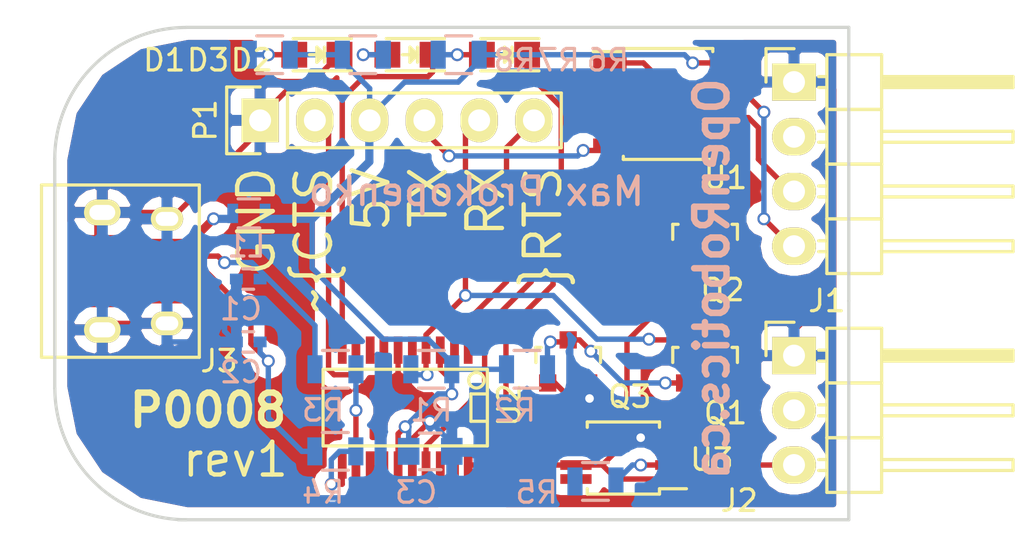
<source format=kicad_pcb>
(kicad_pcb (version 4) (host pcbnew 4.0.1-stable)

  (general
    (links 66)
    (no_connects 4)
    (area 152.49 78.055 201.375001 104.140001)
    (thickness 1.6)
    (drawings 16)
    (tracks 272)
    (zones 0)
    (modules 25)
    (nets 24)
  )

  (page A4)
  (layers
    (0 F.Cu signal)
    (31 B.Cu signal)
    (32 B.Adhes user hide)
    (33 F.Adhes user hide)
    (34 B.Paste user hide)
    (35 F.Paste user hide)
    (36 B.SilkS user)
    (37 F.SilkS user)
    (38 B.Mask user hide)
    (39 F.Mask user hide)
    (40 Dwgs.User user)
    (41 Cmts.User user)
    (42 Eco1.User user)
    (43 Eco2.User user)
    (44 Edge.Cuts user)
    (45 Margin user)
    (46 B.CrtYd user)
    (47 F.CrtYd user)
    (48 B.Fab user hide)
    (49 F.Fab user hide)
  )

  (setup
    (last_trace_width 0.25)
    (trace_clearance 0.2)
    (zone_clearance 0.508)
    (zone_45_only no)
    (trace_min 0.2)
    (segment_width 0.2)
    (edge_width 0.15)
    (via_size 0.6)
    (via_drill 0.4)
    (via_min_size 0.4)
    (via_min_drill 0.3)
    (uvia_size 0.3)
    (uvia_drill 0.1)
    (uvias_allowed no)
    (uvia_min_size 0.2)
    (uvia_min_drill 0.1)
    (pcb_text_width 0.3)
    (pcb_text_size 1.5 1.5)
    (mod_edge_width 0.15)
    (mod_text_size 1 1)
    (mod_text_width 0.15)
    (pad_size 2.5 1.425)
    (pad_drill 0)
    (pad_to_mask_clearance 0.2)
    (aux_axis_origin 0 0)
    (visible_elements 7FFFFFFF)
    (pcbplotparams
      (layerselection 0x010fc_80000001)
      (usegerberextensions true)
      (excludeedgelayer true)
      (linewidth 0.100000)
      (plotframeref false)
      (viasonmask false)
      (mode 1)
      (useauxorigin false)
      (hpglpennumber 1)
      (hpglpenspeed 20)
      (hpglpendiameter 15)
      (hpglpenoverlay 2)
      (psnegative false)
      (psa4output false)
      (plotreference true)
      (plotvalue true)
      (plotinvisibletext false)
      (padsonsilk false)
      (subtractmaskfromsilk false)
      (outputformat 1)
      (mirror false)
      (drillshape 0)
      (scaleselection 1)
      (outputdirectory ""))
  )

  (net 0 "")
  (net 1 "Net-(C1-Pad1)")
  (net 2 GND)
  (net 3 "Net-(C2-Pad1)")
  (net 4 /VCC)
  (net 5 "Net-(D1-Pad2)")
  (net 6 /~RXLED)
  (net 7 "Net-(D2-Pad2)")
  (net 8 /~TXLED)
  (net 9 "Net-(D3-Pad2)")
  (net 10 /DATA+)
  (net 11 /DATA-)
  (net 12 /TTL_BUS)
  (net 13 "Net-(J3-Pad1)")
  (net 14 /~CTS)
  (net 15 /TX)
  (net 16 /RX)
  (net 17 /~RTS)
  (net 18 "Net-(Q1-Pad1)")
  (net 19 "Net-(Q2-Pad1)")
  (net 20 "Net-(Q3-Pad1)")
  (net 21 "Net-(R3-Pad1)")
  (net 22 "Net-(R4-Pad1)")
  (net 23 /TXDEN)

  (net_class Default "This is the default net class."
    (clearance 0.2)
    (trace_width 0.25)
    (via_dia 0.6)
    (via_drill 0.4)
    (uvia_dia 0.3)
    (uvia_drill 0.1)
    (add_net /DATA+)
    (add_net /DATA-)
    (add_net /RX)
    (add_net /TTL_BUS)
    (add_net /TX)
    (add_net /TXDEN)
    (add_net /VCC)
    (add_net /~CTS)
    (add_net /~RTS)
    (add_net /~RXLED)
    (add_net /~TXLED)
    (add_net GND)
    (add_net "Net-(C1-Pad1)")
    (add_net "Net-(C2-Pad1)")
    (add_net "Net-(D1-Pad2)")
    (add_net "Net-(D2-Pad2)")
    (add_net "Net-(D3-Pad2)")
    (add_net "Net-(J3-Pad1)")
    (add_net "Net-(Q1-Pad1)")
    (add_net "Net-(Q2-Pad1)")
    (add_net "Net-(Q3-Pad1)")
    (add_net "Net-(R3-Pad1)")
    (add_net "Net-(R4-Pad1)")
  )

  (module Pin_Headers:Pin_Header_Straight_1x06 (layer F.Cu) (tedit 0) (tstamp 56DD4FAE)
    (at 165.735 84.328 90)
    (descr "Through hole pin header")
    (tags "pin header")
    (path /56DD45CE)
    (fp_text reference P1 (at 0 -2.54 90) (layer F.SilkS)
      (effects (font (size 1 1) (thickness 0.15)))
    )
    (fp_text value CONN_01X06 (at 0 -3.1 90) (layer F.Fab)
      (effects (font (size 1 1) (thickness 0.15)))
    )
    (fp_line (start -1.75 -1.75) (end -1.75 14.45) (layer F.CrtYd) (width 0.05))
    (fp_line (start 1.75 -1.75) (end 1.75 14.45) (layer F.CrtYd) (width 0.05))
    (fp_line (start -1.75 -1.75) (end 1.75 -1.75) (layer F.CrtYd) (width 0.05))
    (fp_line (start -1.75 14.45) (end 1.75 14.45) (layer F.CrtYd) (width 0.05))
    (fp_line (start 1.27 1.27) (end 1.27 13.97) (layer F.SilkS) (width 0.15))
    (fp_line (start 1.27 13.97) (end -1.27 13.97) (layer F.SilkS) (width 0.15))
    (fp_line (start -1.27 13.97) (end -1.27 1.27) (layer F.SilkS) (width 0.15))
    (fp_line (start 1.55 -1.55) (end 1.55 0) (layer F.SilkS) (width 0.15))
    (fp_line (start 1.27 1.27) (end -1.27 1.27) (layer F.SilkS) (width 0.15))
    (fp_line (start -1.55 0) (end -1.55 -1.55) (layer F.SilkS) (width 0.15))
    (fp_line (start -1.55 -1.55) (end 1.55 -1.55) (layer F.SilkS) (width 0.15))
    (pad 1 thru_hole rect (at 0 0 90) (size 2.032 1.7272) (drill 1.016) (layers *.Cu *.Mask F.SilkS)
      (net 2 GND))
    (pad 2 thru_hole oval (at 0 2.54 90) (size 2.032 1.7272) (drill 1.016) (layers *.Cu *.Mask F.SilkS)
      (net 14 /~CTS))
    (pad 3 thru_hole oval (at 0 5.08 90) (size 2.032 1.7272) (drill 1.016) (layers *.Cu *.Mask F.SilkS)
      (net 4 /VCC))
    (pad 4 thru_hole oval (at 0 7.62 90) (size 2.032 1.7272) (drill 1.016) (layers *.Cu *.Mask F.SilkS)
      (net 15 /TX))
    (pad 5 thru_hole oval (at 0 10.16 90) (size 2.032 1.7272) (drill 1.016) (layers *.Cu *.Mask F.SilkS)
      (net 16 /RX))
    (pad 6 thru_hole oval (at 0 12.7 90) (size 2.032 1.7272) (drill 1.016) (layers *.Cu *.Mask F.SilkS)
      (net 17 /~RTS))
    (model Pin_Headers.3dshapes/Pin_Header_Straight_1x06.wrl
      (at (xyz 0 -0.25 0))
      (scale (xyz 1 1 1))
      (rotate (xyz 0 0 90))
    )
  )

  (module LEDs:LED_0805 (layer F.Cu) (tedit 55BDE1C2) (tstamp 56DD2E7C)
    (at 168.36898 81.28 180)
    (descr "LED 0805 smd package")
    (tags "LED 0805 SMD")
    (path /56DD565B)
    (attr smd)
    (fp_text reference D1 (at 7.07898 -0.254 180) (layer F.SilkS)
      (effects (font (size 1 1) (thickness 0.15)))
    )
    (fp_text value LTST-C170KGKT (at 0 1.75 180) (layer F.Fab)
      (effects (font (size 1 1) (thickness 0.15)))
    )
    (fp_line (start -1.6 0.75) (end 1.1 0.75) (layer F.SilkS) (width 0.15))
    (fp_line (start -1.6 -0.75) (end 1.1 -0.75) (layer F.SilkS) (width 0.15))
    (fp_line (start -0.1 0.15) (end -0.1 -0.1) (layer F.SilkS) (width 0.15))
    (fp_line (start -0.1 -0.1) (end -0.25 0.05) (layer F.SilkS) (width 0.15))
    (fp_line (start -0.35 -0.35) (end -0.35 0.35) (layer F.SilkS) (width 0.15))
    (fp_line (start 0 0) (end 0.35 0) (layer F.SilkS) (width 0.15))
    (fp_line (start -0.35 0) (end 0 -0.35) (layer F.SilkS) (width 0.15))
    (fp_line (start 0 -0.35) (end 0 0.35) (layer F.SilkS) (width 0.15))
    (fp_line (start 0 0.35) (end -0.35 0) (layer F.SilkS) (width 0.15))
    (fp_line (start 1.9 -0.95) (end 1.9 0.95) (layer F.CrtYd) (width 0.05))
    (fp_line (start 1.9 0.95) (end -1.9 0.95) (layer F.CrtYd) (width 0.05))
    (fp_line (start -1.9 0.95) (end -1.9 -0.95) (layer F.CrtYd) (width 0.05))
    (fp_line (start -1.9 -0.95) (end 1.9 -0.95) (layer F.CrtYd) (width 0.05))
    (pad 2 smd rect (at 1.04902 0) (size 1.19888 1.19888) (layers F.Cu F.Paste F.Mask)
      (net 5 "Net-(D1-Pad2)"))
    (pad 1 smd rect (at -1.04902 0) (size 1.19888 1.19888) (layers F.Cu F.Paste F.Mask)
      (net 2 GND))
    (model LEDs.3dshapes/LED_0805.wrl
      (at (xyz 0 0 0))
      (scale (xyz 1 1 1))
      (rotate (xyz 0 0 0))
    )
  )

  (module LEDs:LED_0805 (layer F.Cu) (tedit 55BDE1C2) (tstamp 56DD2E82)
    (at 177.07102 81.28 180)
    (descr "LED 0805 smd package")
    (tags "LED 0805 SMD")
    (path /56DD54F3)
    (attr smd)
    (fp_text reference D2 (at 11.71702 -0.254 180) (layer F.SilkS)
      (effects (font (size 1 1) (thickness 0.15)))
    )
    (fp_text value LTST-C170KFKT (at 0 1.75 180) (layer F.Fab)
      (effects (font (size 1 1) (thickness 0.15)))
    )
    (fp_line (start -1.6 0.75) (end 1.1 0.75) (layer F.SilkS) (width 0.15))
    (fp_line (start -1.6 -0.75) (end 1.1 -0.75) (layer F.SilkS) (width 0.15))
    (fp_line (start -0.1 0.15) (end -0.1 -0.1) (layer F.SilkS) (width 0.15))
    (fp_line (start -0.1 -0.1) (end -0.25 0.05) (layer F.SilkS) (width 0.15))
    (fp_line (start -0.35 -0.35) (end -0.35 0.35) (layer F.SilkS) (width 0.15))
    (fp_line (start 0 0) (end 0.35 0) (layer F.SilkS) (width 0.15))
    (fp_line (start -0.35 0) (end 0 -0.35) (layer F.SilkS) (width 0.15))
    (fp_line (start 0 -0.35) (end 0 0.35) (layer F.SilkS) (width 0.15))
    (fp_line (start 0 0.35) (end -0.35 0) (layer F.SilkS) (width 0.15))
    (fp_line (start 1.9 -0.95) (end 1.9 0.95) (layer F.CrtYd) (width 0.05))
    (fp_line (start 1.9 0.95) (end -1.9 0.95) (layer F.CrtYd) (width 0.05))
    (fp_line (start -1.9 0.95) (end -1.9 -0.95) (layer F.CrtYd) (width 0.05))
    (fp_line (start -1.9 -0.95) (end 1.9 -0.95) (layer F.CrtYd) (width 0.05))
    (pad 2 smd rect (at 1.04902 0) (size 1.19888 1.19888) (layers F.Cu F.Paste F.Mask)
      (net 7 "Net-(D2-Pad2)"))
    (pad 1 smd rect (at -1.04902 0) (size 1.19888 1.19888) (layers F.Cu F.Paste F.Mask)
      (net 6 /~RXLED))
    (model LEDs.3dshapes/LED_0805.wrl
      (at (xyz 0 0 0))
      (scale (xyz 1 1 1))
      (rotate (xyz 0 0 0))
    )
  )

  (module LEDs:LED_0805 (layer F.Cu) (tedit 55BDE1C2) (tstamp 56DD2E88)
    (at 172.68698 81.28 180)
    (descr "LED 0805 smd package")
    (tags "LED 0805 SMD")
    (path /56DD560D)
    (attr smd)
    (fp_text reference D3 (at 9.36498 -0.254 180) (layer F.SilkS)
      (effects (font (size 1 1) (thickness 0.15)))
    )
    (fp_text value LTST-C170KFKT (at 0 1.75 180) (layer F.Fab)
      (effects (font (size 1 1) (thickness 0.15)))
    )
    (fp_line (start -1.6 0.75) (end 1.1 0.75) (layer F.SilkS) (width 0.15))
    (fp_line (start -1.6 -0.75) (end 1.1 -0.75) (layer F.SilkS) (width 0.15))
    (fp_line (start -0.1 0.15) (end -0.1 -0.1) (layer F.SilkS) (width 0.15))
    (fp_line (start -0.1 -0.1) (end -0.25 0.05) (layer F.SilkS) (width 0.15))
    (fp_line (start -0.35 -0.35) (end -0.35 0.35) (layer F.SilkS) (width 0.15))
    (fp_line (start 0 0) (end 0.35 0) (layer F.SilkS) (width 0.15))
    (fp_line (start -0.35 0) (end 0 -0.35) (layer F.SilkS) (width 0.15))
    (fp_line (start 0 -0.35) (end 0 0.35) (layer F.SilkS) (width 0.15))
    (fp_line (start 0 0.35) (end -0.35 0) (layer F.SilkS) (width 0.15))
    (fp_line (start 1.9 -0.95) (end 1.9 0.95) (layer F.CrtYd) (width 0.05))
    (fp_line (start 1.9 0.95) (end -1.9 0.95) (layer F.CrtYd) (width 0.05))
    (fp_line (start -1.9 0.95) (end -1.9 -0.95) (layer F.CrtYd) (width 0.05))
    (fp_line (start -1.9 -0.95) (end 1.9 -0.95) (layer F.CrtYd) (width 0.05))
    (pad 2 smd rect (at 1.04902 0) (size 1.19888 1.19888) (layers F.Cu F.Paste F.Mask)
      (net 9 "Net-(D3-Pad2)"))
    (pad 1 smd rect (at -1.04902 0) (size 1.19888 1.19888) (layers F.Cu F.Paste F.Mask)
      (net 8 /~TXLED))
    (model LEDs.3dshapes/LED_0805.wrl
      (at (xyz 0 0 0))
      (scale (xyz 1 1 1))
      (rotate (xyz 0 0 0))
    )
  )

  (module Pin_Headers:Pin_Header_Angled_1x04 (layer F.Cu) (tedit 0) (tstamp 56DD2E90)
    (at 190.5 82.55)
    (descr "Through hole pin header")
    (tags "pin header")
    (path /56DD4AE2)
    (fp_text reference J1 (at 1.524 10.16) (layer F.SilkS)
      (effects (font (size 1 1) (thickness 0.15)))
    )
    (fp_text value 22-05-7045 (at 0 -3.1) (layer F.Fab)
      (effects (font (size 1 1) (thickness 0.15)))
    )
    (fp_line (start -1.5 -1.75) (end -1.5 9.4) (layer F.CrtYd) (width 0.05))
    (fp_line (start 10.65 -1.75) (end 10.65 9.4) (layer F.CrtYd) (width 0.05))
    (fp_line (start -1.5 -1.75) (end 10.65 -1.75) (layer F.CrtYd) (width 0.05))
    (fp_line (start -1.5 9.4) (end 10.65 9.4) (layer F.CrtYd) (width 0.05))
    (fp_line (start -1.3 -1.55) (end -1.3 0) (layer F.SilkS) (width 0.15))
    (fp_line (start 0 -1.55) (end -1.3 -1.55) (layer F.SilkS) (width 0.15))
    (fp_line (start 4.191 -0.127) (end 10.033 -0.127) (layer F.SilkS) (width 0.15))
    (fp_line (start 10.033 -0.127) (end 10.033 0.127) (layer F.SilkS) (width 0.15))
    (fp_line (start 10.033 0.127) (end 4.191 0.127) (layer F.SilkS) (width 0.15))
    (fp_line (start 4.191 0.127) (end 4.191 0) (layer F.SilkS) (width 0.15))
    (fp_line (start 4.191 0) (end 10.033 0) (layer F.SilkS) (width 0.15))
    (fp_line (start 1.524 -0.254) (end 1.143 -0.254) (layer F.SilkS) (width 0.15))
    (fp_line (start 1.524 0.254) (end 1.143 0.254) (layer F.SilkS) (width 0.15))
    (fp_line (start 1.524 2.286) (end 1.143 2.286) (layer F.SilkS) (width 0.15))
    (fp_line (start 1.524 2.794) (end 1.143 2.794) (layer F.SilkS) (width 0.15))
    (fp_line (start 1.524 4.826) (end 1.143 4.826) (layer F.SilkS) (width 0.15))
    (fp_line (start 1.524 5.334) (end 1.143 5.334) (layer F.SilkS) (width 0.15))
    (fp_line (start 1.524 7.874) (end 1.143 7.874) (layer F.SilkS) (width 0.15))
    (fp_line (start 1.524 7.366) (end 1.143 7.366) (layer F.SilkS) (width 0.15))
    (fp_line (start 1.524 -1.27) (end 4.064 -1.27) (layer F.SilkS) (width 0.15))
    (fp_line (start 1.524 1.27) (end 4.064 1.27) (layer F.SilkS) (width 0.15))
    (fp_line (start 1.524 1.27) (end 1.524 3.81) (layer F.SilkS) (width 0.15))
    (fp_line (start 1.524 3.81) (end 4.064 3.81) (layer F.SilkS) (width 0.15))
    (fp_line (start 4.064 2.286) (end 10.16 2.286) (layer F.SilkS) (width 0.15))
    (fp_line (start 10.16 2.286) (end 10.16 2.794) (layer F.SilkS) (width 0.15))
    (fp_line (start 10.16 2.794) (end 4.064 2.794) (layer F.SilkS) (width 0.15))
    (fp_line (start 4.064 3.81) (end 4.064 1.27) (layer F.SilkS) (width 0.15))
    (fp_line (start 4.064 1.27) (end 4.064 -1.27) (layer F.SilkS) (width 0.15))
    (fp_line (start 10.16 0.254) (end 4.064 0.254) (layer F.SilkS) (width 0.15))
    (fp_line (start 10.16 -0.254) (end 10.16 0.254) (layer F.SilkS) (width 0.15))
    (fp_line (start 4.064 -0.254) (end 10.16 -0.254) (layer F.SilkS) (width 0.15))
    (fp_line (start 1.524 1.27) (end 4.064 1.27) (layer F.SilkS) (width 0.15))
    (fp_line (start 1.524 -1.27) (end 1.524 1.27) (layer F.SilkS) (width 0.15))
    (fp_line (start 1.524 6.35) (end 4.064 6.35) (layer F.SilkS) (width 0.15))
    (fp_line (start 1.524 6.35) (end 1.524 8.89) (layer F.SilkS) (width 0.15))
    (fp_line (start 1.524 8.89) (end 4.064 8.89) (layer F.SilkS) (width 0.15))
    (fp_line (start 4.064 7.366) (end 10.16 7.366) (layer F.SilkS) (width 0.15))
    (fp_line (start 10.16 7.366) (end 10.16 7.874) (layer F.SilkS) (width 0.15))
    (fp_line (start 10.16 7.874) (end 4.064 7.874) (layer F.SilkS) (width 0.15))
    (fp_line (start 4.064 8.89) (end 4.064 6.35) (layer F.SilkS) (width 0.15))
    (fp_line (start 4.064 6.35) (end 4.064 3.81) (layer F.SilkS) (width 0.15))
    (fp_line (start 10.16 5.334) (end 4.064 5.334) (layer F.SilkS) (width 0.15))
    (fp_line (start 10.16 4.826) (end 10.16 5.334) (layer F.SilkS) (width 0.15))
    (fp_line (start 4.064 4.826) (end 10.16 4.826) (layer F.SilkS) (width 0.15))
    (fp_line (start 1.524 6.35) (end 4.064 6.35) (layer F.SilkS) (width 0.15))
    (fp_line (start 1.524 3.81) (end 1.524 6.35) (layer F.SilkS) (width 0.15))
    (fp_line (start 1.524 3.81) (end 4.064 3.81) (layer F.SilkS) (width 0.15))
    (pad 1 thru_hole rect (at 0 0) (size 2.032 1.7272) (drill 1.016) (layers *.Cu *.Mask F.SilkS)
      (net 2 GND))
    (pad 2 thru_hole oval (at 0 2.54) (size 2.032 1.7272) (drill 1.016) (layers *.Cu *.Mask F.SilkS))
    (pad 3 thru_hole oval (at 0 5.08) (size 2.032 1.7272) (drill 1.016) (layers *.Cu *.Mask F.SilkS)
      (net 10 /DATA+))
    (pad 4 thru_hole oval (at 0 7.62) (size 2.032 1.7272) (drill 1.016) (layers *.Cu *.Mask F.SilkS)
      (net 11 /DATA-))
    (model Pin_Headers.3dshapes/Pin_Header_Angled_1x04.wrl
      (at (xyz 0 -0.15 0))
      (scale (xyz 1 1 1))
      (rotate (xyz 0 0 90))
    )
  )

  (module Pin_Headers:Pin_Header_Angled_1x03 (layer F.Cu) (tedit 0) (tstamp 56DD2E97)
    (at 190.5 95.25)
    (descr "Through hole pin header")
    (tags "pin header")
    (path /56DD4D3E)
    (fp_text reference J2 (at -2.54 6.731) (layer F.SilkS)
      (effects (font (size 1 1) (thickness 0.15)))
    )
    (fp_text value 22-05-7035 (at 0 -3.1) (layer F.Fab)
      (effects (font (size 1 1) (thickness 0.15)))
    )
    (fp_line (start -1.5 -1.75) (end -1.5 6.85) (layer F.CrtYd) (width 0.05))
    (fp_line (start 10.65 -1.75) (end 10.65 6.85) (layer F.CrtYd) (width 0.05))
    (fp_line (start -1.5 -1.75) (end 10.65 -1.75) (layer F.CrtYd) (width 0.05))
    (fp_line (start -1.5 6.85) (end 10.65 6.85) (layer F.CrtYd) (width 0.05))
    (fp_line (start -1.3 -1.55) (end -1.3 0) (layer F.SilkS) (width 0.15))
    (fp_line (start 0 -1.55) (end -1.3 -1.55) (layer F.SilkS) (width 0.15))
    (fp_line (start 4.191 -0.127) (end 10.033 -0.127) (layer F.SilkS) (width 0.15))
    (fp_line (start 10.033 -0.127) (end 10.033 0.127) (layer F.SilkS) (width 0.15))
    (fp_line (start 10.033 0.127) (end 4.191 0.127) (layer F.SilkS) (width 0.15))
    (fp_line (start 4.191 0.127) (end 4.191 0) (layer F.SilkS) (width 0.15))
    (fp_line (start 4.191 0) (end 10.033 0) (layer F.SilkS) (width 0.15))
    (fp_line (start 1.524 -0.254) (end 1.143 -0.254) (layer F.SilkS) (width 0.15))
    (fp_line (start 1.524 0.254) (end 1.143 0.254) (layer F.SilkS) (width 0.15))
    (fp_line (start 1.524 2.286) (end 1.143 2.286) (layer F.SilkS) (width 0.15))
    (fp_line (start 1.524 2.794) (end 1.143 2.794) (layer F.SilkS) (width 0.15))
    (fp_line (start 1.524 4.826) (end 1.143 4.826) (layer F.SilkS) (width 0.15))
    (fp_line (start 1.524 5.334) (end 1.143 5.334) (layer F.SilkS) (width 0.15))
    (fp_line (start 4.064 1.27) (end 4.064 -1.27) (layer F.SilkS) (width 0.15))
    (fp_line (start 10.16 0.254) (end 4.064 0.254) (layer F.SilkS) (width 0.15))
    (fp_line (start 10.16 -0.254) (end 10.16 0.254) (layer F.SilkS) (width 0.15))
    (fp_line (start 4.064 -0.254) (end 10.16 -0.254) (layer F.SilkS) (width 0.15))
    (fp_line (start 1.524 1.27) (end 4.064 1.27) (layer F.SilkS) (width 0.15))
    (fp_line (start 1.524 -1.27) (end 1.524 1.27) (layer F.SilkS) (width 0.15))
    (fp_line (start 1.524 -1.27) (end 4.064 -1.27) (layer F.SilkS) (width 0.15))
    (fp_line (start 1.524 3.81) (end 4.064 3.81) (layer F.SilkS) (width 0.15))
    (fp_line (start 1.524 3.81) (end 1.524 6.35) (layer F.SilkS) (width 0.15))
    (fp_line (start 4.064 4.826) (end 10.16 4.826) (layer F.SilkS) (width 0.15))
    (fp_line (start 10.16 4.826) (end 10.16 5.334) (layer F.SilkS) (width 0.15))
    (fp_line (start 10.16 5.334) (end 4.064 5.334) (layer F.SilkS) (width 0.15))
    (fp_line (start 4.064 6.35) (end 4.064 3.81) (layer F.SilkS) (width 0.15))
    (fp_line (start 4.064 3.81) (end 4.064 1.27) (layer F.SilkS) (width 0.15))
    (fp_line (start 10.16 2.794) (end 4.064 2.794) (layer F.SilkS) (width 0.15))
    (fp_line (start 10.16 2.286) (end 10.16 2.794) (layer F.SilkS) (width 0.15))
    (fp_line (start 4.064 2.286) (end 10.16 2.286) (layer F.SilkS) (width 0.15))
    (fp_line (start 1.524 3.81) (end 4.064 3.81) (layer F.SilkS) (width 0.15))
    (fp_line (start 1.524 1.27) (end 1.524 3.81) (layer F.SilkS) (width 0.15))
    (fp_line (start 1.524 1.27) (end 4.064 1.27) (layer F.SilkS) (width 0.15))
    (fp_line (start 1.524 6.35) (end 4.064 6.35) (layer F.SilkS) (width 0.15))
    (pad 1 thru_hole rect (at 0 0) (size 2.032 1.7272) (drill 1.016) (layers *.Cu *.Mask F.SilkS)
      (net 2 GND))
    (pad 2 thru_hole oval (at 0 2.54) (size 2.032 1.7272) (drill 1.016) (layers *.Cu *.Mask F.SilkS))
    (pad 3 thru_hole oval (at 0 5.08) (size 2.032 1.7272) (drill 1.016) (layers *.Cu *.Mask F.SilkS)
      (net 12 /TTL_BUS))
    (model Pin_Headers.3dshapes/Pin_Header_Angled_1x03.wrl
      (at (xyz 0 -0.1 0))
      (scale (xyz 1 1 1))
      (rotate (xyz 0 0 90))
    )
  )

  (module Resistors_SMD:R_0603 (layer B.Cu) (tedit 5415CC62) (tstamp 56DD2E9D)
    (at 165.215 88.646)
    (descr "Resistor SMD 0603, reflow soldering, Vishay (see dcrcw.pdf)")
    (tags "resistor 0603")
    (path /56DD601F)
    (attr smd)
    (fp_text reference L1 (at -0.115 1.524) (layer B.SilkS)
      (effects (font (size 1 1) (thickness 0.15)) (justify mirror))
    )
    (fp_text value MMZ1608S601A (at 0 -1.9) (layer B.Fab)
      (effects (font (size 1 1) (thickness 0.15)) (justify mirror))
    )
    (fp_line (start -1.3 0.8) (end 1.3 0.8) (layer B.CrtYd) (width 0.05))
    (fp_line (start -1.3 -0.8) (end 1.3 -0.8) (layer B.CrtYd) (width 0.05))
    (fp_line (start -1.3 0.8) (end -1.3 -0.8) (layer B.CrtYd) (width 0.05))
    (fp_line (start 1.3 0.8) (end 1.3 -0.8) (layer B.CrtYd) (width 0.05))
    (fp_line (start 0.5 -0.675) (end -0.5 -0.675) (layer B.SilkS) (width 0.15))
    (fp_line (start -0.5 0.675) (end 0.5 0.675) (layer B.SilkS) (width 0.15))
    (pad 1 smd rect (at -0.75 0) (size 0.5 0.9) (layers B.Cu B.Paste B.Mask)
      (net 13 "Net-(J3-Pad1)"))
    (pad 2 smd rect (at 0.75 0) (size 0.5 0.9) (layers B.Cu B.Paste B.Mask)
      (net 4 /VCC))
    (model Resistors_SMD.3dshapes/R_0603.wrl
      (at (xyz 0 0 0))
      (scale (xyz 1 1 1))
      (rotate (xyz 0 0 0))
    )
  )

  (module TO_SOT_Packages_SMD:SOT-23 (layer F.Cu) (tedit 553634F8) (tstamp 56DD2EAE)
    (at 186.375 95.51924)
    (descr "SOT-23, Standard")
    (tags SOT-23)
    (path /56DD2A54)
    (attr smd)
    (fp_text reference Q1 (at 0.95 2.39776) (layer F.SilkS)
      (effects (font (size 1 1) (thickness 0.15)))
    )
    (fp_text value BSS138 (at 0 2.3) (layer F.Fab)
      (effects (font (size 1 1) (thickness 0.15)))
    )
    (fp_line (start -1.65 -1.6) (end 1.65 -1.6) (layer F.CrtYd) (width 0.05))
    (fp_line (start 1.65 -1.6) (end 1.65 1.6) (layer F.CrtYd) (width 0.05))
    (fp_line (start 1.65 1.6) (end -1.65 1.6) (layer F.CrtYd) (width 0.05))
    (fp_line (start -1.65 1.6) (end -1.65 -1.6) (layer F.CrtYd) (width 0.05))
    (fp_line (start 1.29916 -0.65024) (end 1.2509 -0.65024) (layer F.SilkS) (width 0.15))
    (fp_line (start -1.49982 0.0508) (end -1.49982 -0.65024) (layer F.SilkS) (width 0.15))
    (fp_line (start -1.49982 -0.65024) (end -1.2509 -0.65024) (layer F.SilkS) (width 0.15))
    (fp_line (start 1.29916 -0.65024) (end 1.49982 -0.65024) (layer F.SilkS) (width 0.15))
    (fp_line (start 1.49982 -0.65024) (end 1.49982 0.0508) (layer F.SilkS) (width 0.15))
    (pad 1 smd rect (at -0.95 1.00076) (size 0.8001 0.8001) (layers F.Cu F.Paste F.Mask)
      (net 18 "Net-(Q1-Pad1)"))
    (pad 2 smd rect (at 0.95 1.00076) (size 0.8001 0.8001) (layers F.Cu F.Paste F.Mask)
      (net 2 GND))
    (pad 3 smd rect (at 0 -0.99822) (size 0.8001 0.8001) (layers F.Cu F.Paste F.Mask)
      (net 16 /RX))
    (model TO_SOT_Packages_SMD.3dshapes/SOT-23.wrl
      (at (xyz 0 0 0))
      (scale (xyz 1 1 1))
      (rotate (xyz 0 0 0))
    )
  )

  (module TO_SOT_Packages_SMD:SOT-23 (layer F.Cu) (tedit 553634F8) (tstamp 56DD2EB5)
    (at 186.375 89.80424)
    (descr "SOT-23, Standard")
    (tags SOT-23)
    (path /56DD2B46)
    (attr smd)
    (fp_text reference Q2 (at 0.823 2.39776) (layer F.SilkS)
      (effects (font (size 1 1) (thickness 0.15)))
    )
    (fp_text value BSS138 (at 0 2.3) (layer F.Fab)
      (effects (font (size 1 1) (thickness 0.15)))
    )
    (fp_line (start -1.65 -1.6) (end 1.65 -1.6) (layer F.CrtYd) (width 0.05))
    (fp_line (start 1.65 -1.6) (end 1.65 1.6) (layer F.CrtYd) (width 0.05))
    (fp_line (start 1.65 1.6) (end -1.65 1.6) (layer F.CrtYd) (width 0.05))
    (fp_line (start -1.65 1.6) (end -1.65 -1.6) (layer F.CrtYd) (width 0.05))
    (fp_line (start 1.29916 -0.65024) (end 1.2509 -0.65024) (layer F.SilkS) (width 0.15))
    (fp_line (start -1.49982 0.0508) (end -1.49982 -0.65024) (layer F.SilkS) (width 0.15))
    (fp_line (start -1.49982 -0.65024) (end -1.2509 -0.65024) (layer F.SilkS) (width 0.15))
    (fp_line (start 1.29916 -0.65024) (end 1.49982 -0.65024) (layer F.SilkS) (width 0.15))
    (fp_line (start 1.49982 -0.65024) (end 1.49982 0.0508) (layer F.SilkS) (width 0.15))
    (pad 1 smd rect (at -0.95 1.00076) (size 0.8001 0.8001) (layers F.Cu F.Paste F.Mask)
      (net 19 "Net-(Q2-Pad1)"))
    (pad 2 smd rect (at 0.95 1.00076) (size 0.8001 0.8001) (layers F.Cu F.Paste F.Mask)
      (net 2 GND))
    (pad 3 smd rect (at 0 -0.99822) (size 0.8001 0.8001) (layers F.Cu F.Paste F.Mask)
      (net 18 "Net-(Q1-Pad1)"))
    (model TO_SOT_Packages_SMD.3dshapes/SOT-23.wrl
      (at (xyz 0 0 0))
      (scale (xyz 1 1 1))
      (rotate (xyz 0 0 0))
    )
  )

  (module TO_SOT_Packages_SMD:SOT-23 (layer F.Cu) (tedit 553634F8) (tstamp 56DD2EBC)
    (at 180.025 95.51924)
    (descr "SOT-23, Standard")
    (tags SOT-23)
    (path /56DD2AE5)
    (attr smd)
    (fp_text reference Q3 (at 2.855 1.63576) (layer F.SilkS)
      (effects (font (size 1 1) (thickness 0.15)))
    )
    (fp_text value BSS138 (at 0 2.3) (layer F.Fab)
      (effects (font (size 1 1) (thickness 0.15)))
    )
    (fp_line (start -1.65 -1.6) (end 1.65 -1.6) (layer F.CrtYd) (width 0.05))
    (fp_line (start 1.65 -1.6) (end 1.65 1.6) (layer F.CrtYd) (width 0.05))
    (fp_line (start 1.65 1.6) (end -1.65 1.6) (layer F.CrtYd) (width 0.05))
    (fp_line (start -1.65 1.6) (end -1.65 -1.6) (layer F.CrtYd) (width 0.05))
    (fp_line (start 1.29916 -0.65024) (end 1.2509 -0.65024) (layer F.SilkS) (width 0.15))
    (fp_line (start -1.49982 0.0508) (end -1.49982 -0.65024) (layer F.SilkS) (width 0.15))
    (fp_line (start -1.49982 -0.65024) (end -1.2509 -0.65024) (layer F.SilkS) (width 0.15))
    (fp_line (start 1.29916 -0.65024) (end 1.49982 -0.65024) (layer F.SilkS) (width 0.15))
    (fp_line (start 1.49982 -0.65024) (end 1.49982 0.0508) (layer F.SilkS) (width 0.15))
    (pad 1 smd rect (at -0.95 1.00076) (size 0.8001 0.8001) (layers F.Cu F.Paste F.Mask)
      (net 20 "Net-(Q3-Pad1)"))
    (pad 2 smd rect (at 0.95 1.00076) (size 0.8001 0.8001) (layers F.Cu F.Paste F.Mask)
      (net 2 GND))
    (pad 3 smd rect (at 0 -0.99822) (size 0.8001 0.8001) (layers F.Cu F.Paste F.Mask)
      (net 18 "Net-(Q1-Pad1)"))
    (model TO_SOT_Packages_SMD.3dshapes/SOT-23.wrl
      (at (xyz 0 0 0))
      (scale (xyz 1 1 1))
      (rotate (xyz 0 0 0))
    )
  )

  (module Housings_SOIC:SOIC-8_3.9x4.9mm_Pitch1.27mm (layer F.Cu) (tedit 54130A77) (tstamp 56DD2EF8)
    (at 184.658 83.566)
    (descr "8-Lead Plastic Small Outline (SN) - Narrow, 3.90 mm Body [SOIC] (see Microchip Packaging Specification 00000049BS.pdf)")
    (tags "SOIC 1.27")
    (path /56568AB7)
    (attr smd)
    (fp_text reference U1 (at 2.667 3.429) (layer F.SilkS)
      (effects (font (size 1 1) (thickness 0.15)))
    )
    (fp_text value SN65176BDR (at 0 3.5) (layer F.Fab)
      (effects (font (size 1 1) (thickness 0.15)))
    )
    (fp_line (start -3.75 -2.75) (end -3.75 2.75) (layer F.CrtYd) (width 0.05))
    (fp_line (start 3.75 -2.75) (end 3.75 2.75) (layer F.CrtYd) (width 0.05))
    (fp_line (start -3.75 -2.75) (end 3.75 -2.75) (layer F.CrtYd) (width 0.05))
    (fp_line (start -3.75 2.75) (end 3.75 2.75) (layer F.CrtYd) (width 0.05))
    (fp_line (start -2.075 -2.575) (end -2.075 -2.43) (layer F.SilkS) (width 0.15))
    (fp_line (start 2.075 -2.575) (end 2.075 -2.43) (layer F.SilkS) (width 0.15))
    (fp_line (start 2.075 2.575) (end 2.075 2.43) (layer F.SilkS) (width 0.15))
    (fp_line (start -2.075 2.575) (end -2.075 2.43) (layer F.SilkS) (width 0.15))
    (fp_line (start -2.075 -2.575) (end 2.075 -2.575) (layer F.SilkS) (width 0.15))
    (fp_line (start -2.075 2.575) (end 2.075 2.575) (layer F.SilkS) (width 0.15))
    (fp_line (start -2.075 -2.43) (end -3.475 -2.43) (layer F.SilkS) (width 0.15))
    (pad 1 smd rect (at -2.7 -1.905) (size 1.55 0.6) (layers F.Cu F.Paste F.Mask)
      (net 19 "Net-(Q2-Pad1)"))
    (pad 2 smd rect (at -2.7 -0.635) (size 1.55 0.6) (layers F.Cu F.Paste F.Mask)
      (net 23 /TXDEN))
    (pad 3 smd rect (at -2.7 0.635) (size 1.55 0.6) (layers F.Cu F.Paste F.Mask)
      (net 23 /TXDEN))
    (pad 4 smd rect (at -2.7 1.905) (size 1.55 0.6) (layers F.Cu F.Paste F.Mask)
      (net 15 /TX))
    (pad 5 smd rect (at 2.7 1.905) (size 1.55 0.6) (layers F.Cu F.Paste F.Mask)
      (net 2 GND))
    (pad 6 smd rect (at 2.7 0.635) (size 1.55 0.6) (layers F.Cu F.Paste F.Mask)
      (net 10 /DATA+))
    (pad 7 smd rect (at 2.7 -0.635) (size 1.55 0.6) (layers F.Cu F.Paste F.Mask)
      (net 11 /DATA-))
    (pad 8 smd rect (at 2.7 -1.905) (size 1.55 0.6) (layers F.Cu F.Paste F.Mask)
      (net 4 /VCC))
    (model Housings_SOIC.3dshapes/SOIC-8_3.9x4.9mm_Pitch1.27mm.wrl
      (at (xyz 0 0 0))
      (scale (xyz 1 1 1))
      (rotate (xyz 0 0 0))
    )
  )

  (module Housings_SSOP:MSOP-8_3x3mm_Pitch0.65mm (layer F.Cu) (tedit 54130A77) (tstamp 56DD2F20)
    (at 182.585 100.005 180)
    (descr "8-Lead Plastic Micro Small Outline Package (MS) [MSOP] (see Microchip Packaging Specification 00000049BS.pdf)")
    (tags "SSOP 0.65")
    (path /56DCF91C)
    (attr smd)
    (fp_text reference U3 (at -4.105 -0.071 180) (layer F.SilkS)
      (effects (font (size 1 1) (thickness 0.15)))
    )
    (fp_text value TC7W241FUTE12LF (at 0 2.6 180) (layer F.Fab)
      (effects (font (size 1 1) (thickness 0.15)))
    )
    (fp_line (start -3.2 -1.85) (end -3.2 1.85) (layer F.CrtYd) (width 0.05))
    (fp_line (start 3.2 -1.85) (end 3.2 1.85) (layer F.CrtYd) (width 0.05))
    (fp_line (start -3.2 -1.85) (end 3.2 -1.85) (layer F.CrtYd) (width 0.05))
    (fp_line (start -3.2 1.85) (end 3.2 1.85) (layer F.CrtYd) (width 0.05))
    (fp_line (start -1.675 -1.675) (end -1.675 -1.425) (layer F.SilkS) (width 0.15))
    (fp_line (start 1.675 -1.675) (end 1.675 -1.425) (layer F.SilkS) (width 0.15))
    (fp_line (start 1.675 1.675) (end 1.675 1.425) (layer F.SilkS) (width 0.15))
    (fp_line (start -1.675 1.675) (end -1.675 1.425) (layer F.SilkS) (width 0.15))
    (fp_line (start -1.675 -1.675) (end 1.675 -1.675) (layer F.SilkS) (width 0.15))
    (fp_line (start -1.675 1.675) (end 1.675 1.675) (layer F.SilkS) (width 0.15))
    (fp_line (start -1.675 -1.425) (end -2.925 -1.425) (layer F.SilkS) (width 0.15))
    (pad 1 smd rect (at -2.2 -0.975 180) (size 1.45 0.45) (layers F.Cu F.Paste F.Mask)
      (net 23 /TXDEN))
    (pad 2 smd rect (at -2.2 -0.325 180) (size 1.45 0.45) (layers F.Cu F.Paste F.Mask)
      (net 12 /TTL_BUS))
    (pad 3 smd rect (at -2.2 0.325 180) (size 1.45 0.45) (layers F.Cu F.Paste F.Mask)
      (net 12 /TTL_BUS))
    (pad 4 smd rect (at -2.2 0.975 180) (size 1.45 0.45) (layers F.Cu F.Paste F.Mask)
      (net 2 GND))
    (pad 5 smd rect (at 2.2 0.975 180) (size 1.45 0.45) (layers F.Cu F.Paste F.Mask)
      (net 15 /TX))
    (pad 6 smd rect (at 2.2 0.325 180) (size 1.45 0.45) (layers F.Cu F.Paste F.Mask)
      (net 20 "Net-(Q3-Pad1)"))
    (pad 7 smd rect (at 2.2 -0.325 180) (size 1.45 0.45) (layers F.Cu F.Paste F.Mask)
      (net 23 /TXDEN))
    (pad 8 smd rect (at 2.2 -0.975 180) (size 1.45 0.45) (layers F.Cu F.Paste F.Mask)
      (net 4 /VCC))
    (model Housings_SSOP.3dshapes/MSOP-8_3x3mm_Pitch0.65mm.wrl
      (at (xyz 0 0 0))
      (scale (xyz 1 1 1))
      (rotate (xyz 0 0 0))
    )
  )

  (module Capacitors_SMD:C_0805 (layer B.Cu) (tedit 5415D6EA) (tstamp 56DD3A69)
    (at 173.625 99.695)
    (descr "Capacitor SMD 0805, reflow soldering, AVX (see smccp.pdf)")
    (tags "capacitor 0805")
    (path /56DD693E)
    (attr smd)
    (fp_text reference C3 (at -0.651 1.905) (layer B.SilkS)
      (effects (font (size 1 1) (thickness 0.15)) (justify mirror))
    )
    (fp_text value 1uF (at 0 -2.1) (layer B.Fab)
      (effects (font (size 1 1) (thickness 0.15)) (justify mirror))
    )
    (fp_line (start -1.8 1) (end 1.8 1) (layer B.CrtYd) (width 0.05))
    (fp_line (start -1.8 -1) (end 1.8 -1) (layer B.CrtYd) (width 0.05))
    (fp_line (start -1.8 1) (end -1.8 -1) (layer B.CrtYd) (width 0.05))
    (fp_line (start 1.8 1) (end 1.8 -1) (layer B.CrtYd) (width 0.05))
    (fp_line (start 0.5 0.85) (end -0.5 0.85) (layer B.SilkS) (width 0.15))
    (fp_line (start -0.5 -0.85) (end 0.5 -0.85) (layer B.SilkS) (width 0.15))
    (pad 1 smd rect (at -1 0) (size 1 1.25) (layers B.Cu B.Paste B.Mask)
      (net 4 /VCC))
    (pad 2 smd rect (at 1 0) (size 1 1.25) (layers B.Cu B.Paste B.Mask)
      (net 2 GND))
    (model Capacitors_SMD.3dshapes/C_0805.wrl
      (at (xyz 0 0 0))
      (scale (xyz 1 1 1))
      (rotate (xyz 0 0 0))
    )
  )

  (module Resistors_SMD:R_0805 (layer B.Cu) (tedit 5415CDEB) (tstamp 56DD3A6E)
    (at 173.675 95.885 180)
    (descr "Resistor SMD 0805, reflow soldering, Vishay (see dcrcw.pdf)")
    (tags "resistor 0805")
    (path /56DD2B89)
    (attr smd)
    (fp_text reference R1 (at 0 -1.905 180) (layer B.SilkS)
      (effects (font (size 1 1) (thickness 0.15)) (justify mirror))
    )
    (fp_text value 1k (at 0 -2.1 180) (layer B.Fab)
      (effects (font (size 1 1) (thickness 0.15)) (justify mirror))
    )
    (fp_line (start -1.6 1) (end 1.6 1) (layer B.CrtYd) (width 0.05))
    (fp_line (start -1.6 -1) (end 1.6 -1) (layer B.CrtYd) (width 0.05))
    (fp_line (start -1.6 1) (end -1.6 -1) (layer B.CrtYd) (width 0.05))
    (fp_line (start 1.6 1) (end 1.6 -1) (layer B.CrtYd) (width 0.05))
    (fp_line (start 0.6 -0.875) (end -0.6 -0.875) (layer B.SilkS) (width 0.15))
    (fp_line (start -0.6 0.875) (end 0.6 0.875) (layer B.SilkS) (width 0.15))
    (pad 1 smd rect (at -0.95 0 180) (size 0.7 1.3) (layers B.Cu B.Paste B.Mask)
      (net 4 /VCC))
    (pad 2 smd rect (at 0.95 0 180) (size 0.7 1.3) (layers B.Cu B.Paste B.Mask)
      (net 16 /RX))
    (model Resistors_SMD.3dshapes/R_0805.wrl
      (at (xyz 0 0 0))
      (scale (xyz 1 1 1))
      (rotate (xyz 0 0 0))
    )
  )

  (module Resistors_SMD:R_0805 (layer B.Cu) (tedit 5415CDEB) (tstamp 56DD3A73)
    (at 178.115 95.885)
    (descr "Resistor SMD 0805, reflow soldering, Vishay (see dcrcw.pdf)")
    (tags "resistor 0805")
    (path /56DD2ABB)
    (attr smd)
    (fp_text reference R2 (at -0.569 1.905) (layer B.SilkS)
      (effects (font (size 1 1) (thickness 0.15)) (justify mirror))
    )
    (fp_text value 1k (at 0 -2.1) (layer B.Fab)
      (effects (font (size 1 1) (thickness 0.15)) (justify mirror))
    )
    (fp_line (start -1.6 1) (end 1.6 1) (layer B.CrtYd) (width 0.05))
    (fp_line (start -1.6 -1) (end 1.6 -1) (layer B.CrtYd) (width 0.05))
    (fp_line (start -1.6 1) (end -1.6 -1) (layer B.CrtYd) (width 0.05))
    (fp_line (start 1.6 1) (end 1.6 -1) (layer B.CrtYd) (width 0.05))
    (fp_line (start 0.6 -0.875) (end -0.6 -0.875) (layer B.SilkS) (width 0.15))
    (fp_line (start -0.6 0.875) (end 0.6 0.875) (layer B.SilkS) (width 0.15))
    (pad 1 smd rect (at -0.95 0) (size 0.7 1.3) (layers B.Cu B.Paste B.Mask)
      (net 4 /VCC))
    (pad 2 smd rect (at 0.95 0) (size 0.7 1.3) (layers B.Cu B.Paste B.Mask)
      (net 18 "Net-(Q1-Pad1)"))
    (model Resistors_SMD.3dshapes/R_0805.wrl
      (at (xyz 0 0 0))
      (scale (xyz 1 1 1))
      (rotate (xyz 0 0 0))
    )
  )

  (module Resistors_SMD:R_0805 (layer B.Cu) (tedit 5415CDEB) (tstamp 56DD3A78)
    (at 169.23 95.885 180)
    (descr "Resistor SMD 0805, reflow soldering, Vishay (see dcrcw.pdf)")
    (tags "resistor 0805")
    (path /56DD4FAC)
    (attr smd)
    (fp_text reference R3 (at 0.574 -1.905 180) (layer B.SilkS)
      (effects (font (size 1 1) (thickness 0.15)) (justify mirror))
    )
    (fp_text value 22 (at 0 -2.1 180) (layer B.Fab)
      (effects (font (size 1 1) (thickness 0.15)) (justify mirror))
    )
    (fp_line (start -1.6 1) (end 1.6 1) (layer B.CrtYd) (width 0.05))
    (fp_line (start -1.6 -1) (end 1.6 -1) (layer B.CrtYd) (width 0.05))
    (fp_line (start -1.6 1) (end -1.6 -1) (layer B.CrtYd) (width 0.05))
    (fp_line (start 1.6 1) (end 1.6 -1) (layer B.CrtYd) (width 0.05))
    (fp_line (start 0.6 -0.875) (end -0.6 -0.875) (layer B.SilkS) (width 0.15))
    (fp_line (start -0.6 0.875) (end 0.6 0.875) (layer B.SilkS) (width 0.15))
    (pad 1 smd rect (at -0.95 0 180) (size 0.7 1.3) (layers B.Cu B.Paste B.Mask)
      (net 21 "Net-(R3-Pad1)"))
    (pad 2 smd rect (at 0.95 0 180) (size 0.7 1.3) (layers B.Cu B.Paste B.Mask)
      (net 1 "Net-(C1-Pad1)"))
    (model Resistors_SMD.3dshapes/R_0805.wrl
      (at (xyz 0 0 0))
      (scale (xyz 1 1 1))
      (rotate (xyz 0 0 0))
    )
  )

  (module Resistors_SMD:R_0805 (layer B.Cu) (tedit 5415CDEB) (tstamp 56DD3A7D)
    (at 169.225 99.695 180)
    (descr "Resistor SMD 0805, reflow soldering, Vishay (see dcrcw.pdf)")
    (tags "resistor 0805")
    (path /56DD4F1A)
    (attr smd)
    (fp_text reference R4 (at 0.569 -1.905 180) (layer B.SilkS)
      (effects (font (size 1 1) (thickness 0.15)) (justify mirror))
    )
    (fp_text value 22 (at 0 -2.1 180) (layer B.Fab)
      (effects (font (size 1 1) (thickness 0.15)) (justify mirror))
    )
    (fp_line (start -1.6 1) (end 1.6 1) (layer B.CrtYd) (width 0.05))
    (fp_line (start -1.6 -1) (end 1.6 -1) (layer B.CrtYd) (width 0.05))
    (fp_line (start -1.6 1) (end -1.6 -1) (layer B.CrtYd) (width 0.05))
    (fp_line (start 1.6 1) (end 1.6 -1) (layer B.CrtYd) (width 0.05))
    (fp_line (start 0.6 -0.875) (end -0.6 -0.875) (layer B.SilkS) (width 0.15))
    (fp_line (start -0.6 0.875) (end 0.6 0.875) (layer B.SilkS) (width 0.15))
    (pad 1 smd rect (at -0.95 0 180) (size 0.7 1.3) (layers B.Cu B.Paste B.Mask)
      (net 22 "Net-(R4-Pad1)"))
    (pad 2 smd rect (at 0.95 0 180) (size 0.7 1.3) (layers B.Cu B.Paste B.Mask)
      (net 3 "Net-(C2-Pad1)"))
    (model Resistors_SMD.3dshapes/R_0805.wrl
      (at (xyz 0 0 0))
      (scale (xyz 1 1 1))
      (rotate (xyz 0 0 0))
    )
  )

  (module Resistors_SMD:R_0805 (layer B.Cu) (tedit 5415CDEB) (tstamp 56DD3A82)
    (at 181.29 101.092)
    (descr "Resistor SMD 0805, reflow soldering, Vishay (see dcrcw.pdf)")
    (tags "resistor 0805")
    (path /56DD2D2F)
    (attr smd)
    (fp_text reference R5 (at -2.728 0.508) (layer B.SilkS)
      (effects (font (size 1 1) (thickness 0.15)) (justify mirror))
    )
    (fp_text value 1k (at 0 -2.1) (layer B.Fab)
      (effects (font (size 1 1) (thickness 0.15)) (justify mirror))
    )
    (fp_line (start -1.6 1) (end 1.6 1) (layer B.CrtYd) (width 0.05))
    (fp_line (start -1.6 -1) (end 1.6 -1) (layer B.CrtYd) (width 0.05))
    (fp_line (start -1.6 1) (end -1.6 -1) (layer B.CrtYd) (width 0.05))
    (fp_line (start 1.6 1) (end 1.6 -1) (layer B.CrtYd) (width 0.05))
    (fp_line (start 0.6 -0.875) (end -0.6 -0.875) (layer B.SilkS) (width 0.15))
    (fp_line (start -0.6 0.875) (end 0.6 0.875) (layer B.SilkS) (width 0.15))
    (pad 1 smd rect (at -0.95 0) (size 0.7 1.3) (layers B.Cu B.Paste B.Mask)
      (net 4 /VCC))
    (pad 2 smd rect (at 0.95 0) (size 0.7 1.3) (layers B.Cu B.Paste B.Mask)
      (net 12 /TTL_BUS))
    (model Resistors_SMD.3dshapes/R_0805.wrl
      (at (xyz 0 0 0))
      (scale (xyz 1 1 1))
      (rotate (xyz 0 0 0))
    )
  )

  (module Resistors_SMD:R_0805 (layer B.Cu) (tedit 5415CDEB) (tstamp 56DD3A87)
    (at 174.945 81.28 180)
    (descr "Resistor SMD 0805, reflow soldering, Vishay (see dcrcw.pdf)")
    (tags "resistor 0805")
    (path /56DD5B95)
    (attr smd)
    (fp_text reference R6 (at -6.919 -0.254 180) (layer B.SilkS)
      (effects (font (size 1 1) (thickness 0.15)) (justify mirror))
    )
    (fp_text value 1k (at 0 -2.1 180) (layer B.Fab)
      (effects (font (size 1 1) (thickness 0.15)) (justify mirror))
    )
    (fp_line (start -1.6 1) (end 1.6 1) (layer B.CrtYd) (width 0.05))
    (fp_line (start -1.6 -1) (end 1.6 -1) (layer B.CrtYd) (width 0.05))
    (fp_line (start -1.6 1) (end -1.6 -1) (layer B.CrtYd) (width 0.05))
    (fp_line (start 1.6 1) (end 1.6 -1) (layer B.CrtYd) (width 0.05))
    (fp_line (start 0.6 -0.875) (end -0.6 -0.875) (layer B.SilkS) (width 0.15))
    (fp_line (start -0.6 0.875) (end 0.6 0.875) (layer B.SilkS) (width 0.15))
    (pad 1 smd rect (at -0.95 0 180) (size 0.7 1.3) (layers B.Cu B.Paste B.Mask)
      (net 4 /VCC))
    (pad 2 smd rect (at 0.95 0 180) (size 0.7 1.3) (layers B.Cu B.Paste B.Mask)
      (net 7 "Net-(D2-Pad2)"))
    (model Resistors_SMD.3dshapes/R_0805.wrl
      (at (xyz 0 0 0))
      (scale (xyz 1 1 1))
      (rotate (xyz 0 0 0))
    )
  )

  (module Resistors_SMD:R_0805 (layer B.Cu) (tedit 5415CDEB) (tstamp 56DD3A8C)
    (at 170.5 81.28)
    (descr "Resistor SMD 0805, reflow soldering, Vishay (see dcrcw.pdf)")
    (tags "resistor 0805")
    (path /56DD5C45)
    (attr smd)
    (fp_text reference R7 (at 9.078 0.254) (layer B.SilkS)
      (effects (font (size 1 1) (thickness 0.15)) (justify mirror))
    )
    (fp_text value 1k (at 0 -2.1) (layer B.Fab)
      (effects (font (size 1 1) (thickness 0.15)) (justify mirror))
    )
    (fp_line (start -1.6 1) (end 1.6 1) (layer B.CrtYd) (width 0.05))
    (fp_line (start -1.6 -1) (end 1.6 -1) (layer B.CrtYd) (width 0.05))
    (fp_line (start -1.6 1) (end -1.6 -1) (layer B.CrtYd) (width 0.05))
    (fp_line (start 1.6 1) (end 1.6 -1) (layer B.CrtYd) (width 0.05))
    (fp_line (start 0.6 -0.875) (end -0.6 -0.875) (layer B.SilkS) (width 0.15))
    (fp_line (start -0.6 0.875) (end 0.6 0.875) (layer B.SilkS) (width 0.15))
    (pad 1 smd rect (at -0.95 0) (size 0.7 1.3) (layers B.Cu B.Paste B.Mask)
      (net 4 /VCC))
    (pad 2 smd rect (at 0.95 0) (size 0.7 1.3) (layers B.Cu B.Paste B.Mask)
      (net 9 "Net-(D3-Pad2)"))
    (model Resistors_SMD.3dshapes/R_0805.wrl
      (at (xyz 0 0 0))
      (scale (xyz 1 1 1))
      (rotate (xyz 0 0 0))
    )
  )

  (module Resistors_SMD:R_0805 (layer B.Cu) (tedit 5415CDEB) (tstamp 56DD3A91)
    (at 166.182 81.28 180)
    (descr "Resistor SMD 0805, reflow soldering, Vishay (see dcrcw.pdf)")
    (tags "resistor 0805")
    (path /56DD5CC0)
    (attr smd)
    (fp_text reference R8 (at -11.364 -0.254 180) (layer B.SilkS)
      (effects (font (size 1 1) (thickness 0.15)) (justify mirror))
    )
    (fp_text value 1k (at 0 -2.1 180) (layer B.Fab)
      (effects (font (size 1 1) (thickness 0.15)) (justify mirror))
    )
    (fp_line (start -1.6 1) (end 1.6 1) (layer B.CrtYd) (width 0.05))
    (fp_line (start -1.6 -1) (end 1.6 -1) (layer B.CrtYd) (width 0.05))
    (fp_line (start -1.6 1) (end -1.6 -1) (layer B.CrtYd) (width 0.05))
    (fp_line (start 1.6 1) (end 1.6 -1) (layer B.CrtYd) (width 0.05))
    (fp_line (start 0.6 -0.875) (end -0.6 -0.875) (layer B.SilkS) (width 0.15))
    (fp_line (start -0.6 0.875) (end 0.6 0.875) (layer B.SilkS) (width 0.15))
    (pad 1 smd rect (at -0.95 0 180) (size 0.7 1.3) (layers B.Cu B.Paste B.Mask)
      (net 4 /VCC))
    (pad 2 smd rect (at 0.95 0 180) (size 0.7 1.3) (layers B.Cu B.Paste B.Mask)
      (net 5 "Net-(D1-Pad2)"))
    (model Resistors_SMD.3dshapes/R_0805.wrl
      (at (xyz 0 0 0))
      (scale (xyz 1 1 1))
      (rotate (xyz 0 0 0))
    )
  )

  (module SMD_Packages:SSOP-20 (layer F.Cu) (tedit 0) (tstamp 56DD3D13)
    (at 172.466 97.663 180)
    (descr "SSOP 20 pins")
    (tags "CMS SSOP SMD")
    (path /56DD9A6D)
    (attr smd)
    (fp_text reference U2 (at -4.826 0.127 270) (layer F.SilkS)
      (effects (font (size 1 1) (thickness 0.15)))
    )
    (fp_text value FT231XS (at 0 0.635 180) (layer F.Fab)
      (effects (font (size 1 1) (thickness 0.15)))
    )
    (fp_line (start 3.81 -1.778) (end -3.81 -1.778) (layer F.SilkS) (width 0.15))
    (fp_line (start -3.81 1.778) (end 3.81 1.778) (layer F.SilkS) (width 0.15))
    (fp_line (start 3.81 -1.778) (end 3.81 1.778) (layer F.SilkS) (width 0.15))
    (fp_line (start -3.81 1.778) (end -3.81 -1.778) (layer F.SilkS) (width 0.15))
    (fp_circle (center -3.302 1.27) (end -3.556 1.016) (layer F.SilkS) (width 0.15))
    (fp_line (start -3.81 -0.635) (end -3.048 -0.635) (layer F.SilkS) (width 0.15))
    (fp_line (start -3.048 -0.635) (end -3.048 0.635) (layer F.SilkS) (width 0.15))
    (fp_line (start -3.048 0.635) (end -3.81 0.635) (layer F.SilkS) (width 0.15))
    (pad 1 smd rect (at -2.921 2.667 180) (size 0.4064 1.27) (layers F.Cu F.Paste F.Mask))
    (pad 2 smd rect (at -2.286 2.667 180) (size 0.4064 1.27) (layers F.Cu F.Paste F.Mask)
      (net 17 /~RTS))
    (pad 3 smd rect (at -1.6256 2.667 180) (size 0.4064 1.27) (layers F.Cu F.Paste F.Mask)
      (net 4 /VCC))
    (pad 4 smd rect (at -0.9652 2.667 180) (size 0.4064 1.27) (layers F.Cu F.Paste F.Mask)
      (net 16 /RX))
    (pad 5 smd rect (at -0.3302 2.667 180) (size 0.4064 1.27) (layers F.Cu F.Paste F.Mask))
    (pad 6 smd rect (at 0.3302 2.667 180) (size 0.4064 1.27) (layers F.Cu F.Paste F.Mask)
      (net 2 GND))
    (pad 7 smd rect (at 0.9906 2.667 180) (size 0.4064 1.27) (layers F.Cu F.Paste F.Mask))
    (pad 8 smd rect (at 1.6256 2.667 180) (size 0.4064 1.27) (layers F.Cu F.Paste F.Mask))
    (pad 9 smd rect (at 2.286 2.667 180) (size 0.4064 1.27) (layers F.Cu F.Paste F.Mask)
      (net 14 /~CTS))
    (pad 10 smd rect (at 2.921 2.667 180) (size 0.4064 1.27) (layers F.Cu F.Paste F.Mask)
      (net 8 /~TXLED))
    (pad 11 smd rect (at 2.921 -2.667 180) (size 0.4064 1.27) (layers F.Cu F.Paste F.Mask)
      (net 22 "Net-(R4-Pad1)"))
    (pad 12 smd rect (at 2.286 -2.667 180) (size 0.4064 1.27) (layers F.Cu F.Paste F.Mask)
      (net 21 "Net-(R3-Pad1)"))
    (pad 13 smd rect (at 1.6256 -2.667 180) (size 0.4064 1.27) (layers F.Cu F.Paste F.Mask))
    (pad 14 smd rect (at 0.9906 -2.667 180) (size 0.4064 1.27) (layers F.Cu F.Paste F.Mask))
    (pad 15 smd rect (at 0.3302 -2.667 180) (size 0.4064 1.27) (layers F.Cu F.Paste F.Mask)
      (net 4 /VCC))
    (pad 16 smd rect (at -0.3302 -2.667 180) (size 0.4064 1.27) (layers F.Cu F.Paste F.Mask)
      (net 2 GND))
    (pad 17 smd rect (at -0.9652 -2.667 180) (size 0.4064 1.27) (layers F.Cu F.Paste F.Mask)
      (net 6 /~RXLED))
    (pad 18 smd rect (at -1.6256 -2.667 180) (size 0.4064 1.27) (layers F.Cu F.Paste F.Mask)
      (net 23 /TXDEN))
    (pad 19 smd rect (at -2.286 -2.667 180) (size 0.4064 1.27) (layers F.Cu F.Paste F.Mask))
    (pad 20 smd rect (at -2.921 -2.667 180) (size 0.4064 1.27) (layers F.Cu F.Paste F.Mask)
      (net 15 /TX))
    (model SMD_Packages.3dshapes/SSOP-20.wrl
      (at (xyz 0 0 0))
      (scale (xyz 0.255 0.33 0.3))
      (rotate (xyz 0 0 0))
    )
  )

  (module Capacitors_SMD:C_0402 (layer B.Cu) (tedit 5415D599) (tstamp 56DD4F8D)
    (at 165.185 91.694 180)
    (descr "Capacitor SMD 0402, reflow soldering, AVX (see smccp.pdf)")
    (tags "capacitor 0402")
    (path /56DD50A0)
    (attr smd)
    (fp_text reference C1 (at 0.339 -1.397 180) (layer B.SilkS)
      (effects (font (size 1 1) (thickness 0.15)) (justify mirror))
    )
    (fp_text value 27pF (at 0 -1.7 180) (layer B.Fab)
      (effects (font (size 1 1) (thickness 0.15)) (justify mirror))
    )
    (fp_line (start -1.15 0.6) (end 1.15 0.6) (layer B.CrtYd) (width 0.05))
    (fp_line (start -1.15 -0.6) (end 1.15 -0.6) (layer B.CrtYd) (width 0.05))
    (fp_line (start -1.15 0.6) (end -1.15 -0.6) (layer B.CrtYd) (width 0.05))
    (fp_line (start 1.15 0.6) (end 1.15 -0.6) (layer B.CrtYd) (width 0.05))
    (fp_line (start 0.25 0.475) (end -0.25 0.475) (layer B.SilkS) (width 0.15))
    (fp_line (start -0.25 -0.475) (end 0.25 -0.475) (layer B.SilkS) (width 0.15))
    (pad 1 smd rect (at -0.55 0 180) (size 0.6 0.5) (layers B.Cu B.Paste B.Mask)
      (net 1 "Net-(C1-Pad1)"))
    (pad 2 smd rect (at 0.55 0 180) (size 0.6 0.5) (layers B.Cu B.Paste B.Mask)
      (net 2 GND))
    (model Capacitors_SMD.3dshapes/C_0402.wrl
      (at (xyz 0 0 0))
      (scale (xyz 1 1 1))
      (rotate (xyz 0 0 0))
    )
  )

  (module Capacitors_SMD:C_0402 (layer B.Cu) (tedit 5415D599) (tstamp 56DD4F92)
    (at 165.185 94.615 180)
    (descr "Capacitor SMD 0402, reflow soldering, AVX (see smccp.pdf)")
    (tags "capacitor 0402")
    (path /56DD503B)
    (attr smd)
    (fp_text reference C2 (at 0.339 -1.397 180) (layer B.SilkS)
      (effects (font (size 1 1) (thickness 0.15)) (justify mirror))
    )
    (fp_text value 27pF (at 0 -1.7 180) (layer B.Fab)
      (effects (font (size 1 1) (thickness 0.15)) (justify mirror))
    )
    (fp_line (start -1.15 0.6) (end 1.15 0.6) (layer B.CrtYd) (width 0.05))
    (fp_line (start -1.15 -0.6) (end 1.15 -0.6) (layer B.CrtYd) (width 0.05))
    (fp_line (start -1.15 0.6) (end -1.15 -0.6) (layer B.CrtYd) (width 0.05))
    (fp_line (start 1.15 0.6) (end 1.15 -0.6) (layer B.CrtYd) (width 0.05))
    (fp_line (start 0.25 0.475) (end -0.25 0.475) (layer B.SilkS) (width 0.15))
    (fp_line (start -0.25 -0.475) (end 0.25 -0.475) (layer B.SilkS) (width 0.15))
    (pad 1 smd rect (at -0.55 0 180) (size 0.6 0.5) (layers B.Cu B.Paste B.Mask)
      (net 3 "Net-(C2-Pad1)"))
    (pad 2 smd rect (at 0.55 0 180) (size 0.6 0.5) (layers B.Cu B.Paste B.Mask)
      (net 2 GND))
    (model Capacitors_SMD.3dshapes/C_0402.wrl
      (at (xyz 0 0 0))
      (scale (xyz 1 1 1))
      (rotate (xyz 0 0 0))
    )
  )

  (module Connect:USB_Micro-B_10103594-0001LF (layer F.Cu) (tedit 560290CC) (tstamp 56DD4F97)
    (at 159.79 91.328 270)
    (descr "Micro USB Type B 10103594-0001LF")
    (tags "USB USB_B USB_micro USB_OTG")
    (path /56DD4DD6)
    (attr smd)
    (fp_text reference J3 (at 4.176 -4.04 360) (layer F.SilkS)
      (effects (font (size 1 1) (thickness 0.15)))
    )
    (fp_text value 10118193-0001LF (at 0 6.175 270) (layer F.Fab)
      (effects (font (size 1 1) (thickness 0.15)))
    )
    (fp_line (start -4.25 -3.4) (end 4.25 -3.4) (layer F.CrtYd) (width 0.05))
    (fp_line (start 4.25 -3.4) (end 4.25 4.45) (layer F.CrtYd) (width 0.05))
    (fp_line (start 4.25 4.45) (end -4.25 4.45) (layer F.CrtYd) (width 0.05))
    (fp_line (start -4.25 4.45) (end -4.25 -3.4) (layer F.CrtYd) (width 0.05))
    (fp_line (start -4 4.195) (end 4 4.195) (layer F.SilkS) (width 0.15))
    (fp_line (start -4 -3.125) (end 4 -3.125) (layer F.SilkS) (width 0.15))
    (fp_line (start 4 -3.125) (end 4 4.195) (layer F.SilkS) (width 0.15))
    (fp_line (start 4 3.575) (end -4 3.575) (layer F.SilkS) (width 0.15))
    (fp_line (start -4 4.195) (end -4 -3.125) (layer F.SilkS) (width 0.15))
    (pad 1 smd rect (at -1.3 -1.5) (size 1.65 0.4) (layers F.Cu F.Paste F.Mask)
      (net 13 "Net-(J3-Pad1)"))
    (pad 2 smd rect (at -0.65 -1.5) (size 1.65 0.4) (layers F.Cu F.Paste F.Mask)
      (net 1 "Net-(C1-Pad1)"))
    (pad 3 smd rect (at -0.0009 -1.5) (size 1.65 0.4) (layers F.Cu F.Paste F.Mask)
      (net 3 "Net-(C2-Pad1)"))
    (pad 4 smd rect (at 0.65 -1.5) (size 1.65 0.4) (layers F.Cu F.Paste F.Mask))
    (pad 5 smd rect (at 1.3 -1.5) (size 1.65 0.4) (layers F.Cu F.Paste F.Mask)
      (net 2 GND))
    (pad 6 thru_hole oval (at -2.425 -1.625) (size 1.5 1.1) (drill oval 1.05 0.65) (layers *.Cu *.Mask F.SilkS)
      (net 2 GND))
    (pad 6 thru_hole oval (at 2.425 -1.625) (size 1.5 1.1) (drill oval 1.05 0.65) (layers *.Cu *.Mask F.SilkS)
      (net 2 GND))
    (pad 6 thru_hole oval (at -2.725 1.375) (size 1.7 1.2) (drill oval 1.2 0.7) (layers *.Cu *.Mask F.SilkS)
      (net 2 GND))
    (pad 6 thru_hole oval (at 2.725 1.375) (size 1.7 1.2) (drill oval 1.2 0.7) (layers *.Cu *.Mask F.SilkS)
      (net 2 GND))
    (pad 6 smd rect (at -0.9625 1.625) (size 2.5 1.425) (layers F.Cu F.Paste F.Mask)
      (net 2 GND))
    (pad 6 smd rect (at 0.9625 1.625) (size 2.5 1.425) (layers F.Cu F.Paste F.Mask)
      (net 2 GND))
  )

  (gr_text "Max Prokopenko" (at 175.768 87.63) (layer B.SilkS)
    (effects (font (size 1.27 1.27) (thickness 0.2032)) (justify mirror))
  )
  (gr_text OpenRobotics.ca (at 186.69 91.694 90) (layer B.SilkS)
    (effects (font (size 1.5 1.5) (thickness 0.3)) (justify mirror))
  )
  (gr_text rev1 (at 164.592 100.076) (layer F.SilkS)
    (effects (font (thickness 0.2032)))
  )
  (gr_text P0008 (at 163.322 97.79) (layer F.SilkS)
    (effects (font (size 1.5 1.5) (thickness 0.3)))
  )
  (gr_circle (center 182.245 91.44) (end 182.245 90.17) (layer Dwgs.User) (width 0.2) (tstamp 56DE834C))
  (gr_circle (center 172.72 91.44) (end 172.72 89.535) (layer Dwgs.User) (width 0.2))
  (gr_circle (center 182.245 91.44) (end 182.245 89.535) (layer Dwgs.User) (width 0.2))
  (gr_circle (center 172.72 91.44) (end 172.72 90.17) (layer Dwgs.User) (width 0.2))
  (gr_arc (start 162.310883 96.774) (end 162.306 102.87) (angle 89.95410511) (layer Edge.Cuts) (width 0.15) (tstamp 56DD4EF5))
  (gr_line (start 156.21 86.106) (end 156.21 96.774) (layer Edge.Cuts) (width 0.15))
  (gr_arc (start 162.306 86.110883) (end 156.21 86.106) (angle 89.95410511) (layer Edge.Cuts) (width 0.15))
  (gr_text "GND\n~CTS\n5V\nTX\nRX\n~RTS" (at 172.212 86.36 90) (layer F.SilkS)
    (effects (font (size 1.651 1.651) (thickness 0.2032)) (justify right))
  )
  (gr_line (start 193.04 102.87) (end 193.04 92.71) (layer Edge.Cuts) (width 0.15))
  (gr_line (start 161.925 102.87) (end 193.04 102.87) (layer Edge.Cuts) (width 0.15))
  (gr_line (start 193.04 80.01) (end 162.306 80.01) (layer Edge.Cuts) (width 0.15))
  (gr_line (start 193.04 92.71) (end 193.04 80.01) (layer Edge.Cuts) (width 0.15))

  (segment (start 168.28 95.885) (end 168.28 93.858) (width 0.25) (layer B.Cu) (net 1))
  (segment (start 168.28 93.858) (end 165.354 90.932) (width 0.25) (layer B.Cu) (net 1))
  (segment (start 165.354 90.932) (end 164.084 90.932) (width 0.25) (layer B.Cu) (net 1))
  (segment (start 164.084 90.932) (end 163.784001 90.632001) (width 0.25) (layer F.Cu) (net 1))
  (segment (start 163.784001 90.632001) (end 161.335999 90.632001) (width 0.25) (layer F.Cu) (net 1))
  (segment (start 161.335999 90.632001) (end 161.29 90.678) (width 0.25) (layer F.Cu) (net 1))
  (via (at 164.084 90.932) (size 0.6) (drill 0.4) (layers F.Cu B.Cu) (net 1))
  (segment (start 164.592 92.118) (end 164.085 92.625) (width 0.25) (layer B.Cu) (net 2))
  (segment (start 164.085 94.115) (end 164.585 94.615) (width 0.25) (layer B.Cu) (net 2))
  (segment (start 164.585 94.615) (end 164.635 94.615) (width 0.25) (layer B.Cu) (net 2))
  (segment (start 164.085 92.625) (end 164.085 94.115) (width 0.25) (layer B.Cu) (net 2))
  (segment (start 164.635 94.615) (end 164.635 95.115) (width 0.25) (layer B.Cu) (net 2))
  (segment (start 164.635 95.115) (end 164.592 95.158) (width 0.25) (layer B.Cu) (net 2))
  (segment (start 164.592 95.158) (end 164.592 100.203) (width 0.25) (layer B.Cu) (net 2))
  (segment (start 164.592 100.203) (end 166.243 101.854) (width 0.25) (layer B.Cu) (net 2))
  (segment (start 166.243 101.854) (end 174.117 101.854) (width 0.25) (layer B.Cu) (net 2))
  (segment (start 174.117 101.854) (end 174.625 101.346) (width 0.25) (layer B.Cu) (net 2))
  (segment (start 174.625 101.346) (end 174.625 99.695) (width 0.25) (layer B.Cu) (net 2))
  (segment (start 187.358 85.471) (end 187.358 90.772) (width 0.25) (layer F.Cu) (net 2))
  (segment (start 187.358 90.772) (end 187.325 90.805) (width 0.25) (layer F.Cu) (net 2))
  (segment (start 183.388 99.06) (end 184.755 99.06) (width 0.25) (layer F.Cu) (net 2))
  (segment (start 184.755 99.06) (end 184.785 99.03) (width 0.25) (layer F.Cu) (net 2))
  (segment (start 181.315449 97.622449) (end 182.753 99.06) (width 0.25) (layer B.Cu) (net 2))
  (segment (start 182.753 99.06) (end 183.388 99.06) (width 0.25) (layer B.Cu) (net 2))
  (via (at 183.388 99.06) (size 0.6) (drill 0.4) (layers F.Cu B.Cu) (net 2))
  (segment (start 181.01545 97.24155) (end 181.315449 97.541549) (width 0.25) (layer B.Cu) (net 2))
  (segment (start 181.315449 97.541549) (end 181.315449 97.622449) (width 0.25) (layer B.Cu) (net 2))
  (segment (start 181.01545 97.24155) (end 181.01545 96.56045) (width 0.25) (layer F.Cu) (net 2))
  (segment (start 181.01545 96.56045) (end 180.975 96.52) (width 0.25) (layer F.Cu) (net 2))
  (segment (start 174.625 99.695) (end 178.562 99.695) (width 0.25) (layer B.Cu) (net 2))
  (segment (start 178.562 99.695) (end 181.01545 97.24155) (width 0.25) (layer B.Cu) (net 2))
  (via (at 181.01545 97.24155) (size 0.6) (drill 0.4) (layers F.Cu B.Cu) (net 2))
  (segment (start 173.609 98.298) (end 174.625 99.314) (width 0.25) (layer B.Cu) (net 2))
  (segment (start 174.625 99.314) (end 174.625 99.695) (width 0.25) (layer B.Cu) (net 2))
  (segment (start 172.1358 94.996) (end 172.1358 96.8248) (width 0.25) (layer F.Cu) (net 2))
  (segment (start 172.1358 96.8248) (end 173.609 98.298) (width 0.25) (layer F.Cu) (net 2))
  (segment (start 172.7962 100.33) (end 172.7962 99.1108) (width 0.25) (layer F.Cu) (net 2))
  (segment (start 172.7962 99.1108) (end 173.609 98.298) (width 0.25) (layer F.Cu) (net 2))
  (via (at 173.609 98.298) (size 0.6) (drill 0.4) (layers F.Cu B.Cu) (net 2))
  (segment (start 187.325 96.52) (end 187.325 97.536) (width 0.381) (layer F.Cu) (net 2))
  (segment (start 187.325 97.536) (end 185.796501 99.064499) (width 0.381) (layer F.Cu) (net 2))
  (segment (start 185.796501 99.064499) (end 184.819499 99.064499) (width 0.381) (layer F.Cu) (net 2))
  (segment (start 184.819499 99.064499) (end 184.785 99.03) (width 0.381) (layer F.Cu) (net 2))
  (segment (start 190.5 95.25) (end 188.595 95.25) (width 0.381) (layer F.Cu) (net 2))
  (segment (start 188.595 95.25) (end 187.325 96.52) (width 0.381) (layer F.Cu) (net 2))
  (segment (start 187.325 90.805) (end 188.10605 90.805) (width 0.381) (layer F.Cu) (net 2))
  (segment (start 188.10605 90.805) (end 190.5 93.19895) (width 0.381) (layer F.Cu) (net 2))
  (segment (start 190.5 93.19895) (end 190.5 94.0054) (width 0.381) (layer F.Cu) (net 2))
  (segment (start 190.5 94.0054) (end 190.5 95.25) (width 0.381) (layer F.Cu) (net 2))
  (segment (start 192.278 82.931) (end 192.278 92.2274) (width 0.381) (layer F.Cu) (net 2))
  (segment (start 192.278 92.2274) (end 190.5 94.0054) (width 0.381) (layer F.Cu) (net 2))
  (segment (start 190.5 82.55) (end 191.897 82.55) (width 0.381) (layer F.Cu) (net 2))
  (segment (start 191.897 82.55) (end 192.278 82.931) (width 0.381) (layer F.Cu) (net 2))
  (segment (start 168.148 82.55) (end 169.418 81.28) (width 0.25) (layer F.Cu) (net 2))
  (segment (start 167.3606 82.55) (end 168.148 82.55) (width 0.25) (layer F.Cu) (net 2))
  (segment (start 165.735 84.328) (end 165.735 84.1756) (width 0.25) (layer F.Cu) (net 2))
  (segment (start 165.735 84.1756) (end 167.3606 82.55) (width 0.25) (layer F.Cu) (net 2))
  (segment (start 164.635 94.615) (end 161.477 94.615) (width 0.25) (layer B.Cu) (net 2))
  (segment (start 161.477 94.615) (end 161.415 94.553) (width 0.25) (layer B.Cu) (net 2))
  (segment (start 161.415 94.553) (end 161.415 93.753) (width 0.25) (layer B.Cu) (net 2))
  (segment (start 161.415 88.903) (end 161.615 88.903) (width 0.25) (layer F.Cu) (net 2))
  (segment (start 161.615 88.903) (end 165.735 84.783) (width 0.25) (layer F.Cu) (net 2))
  (segment (start 165.735 84.783) (end 165.735 84.328) (width 0.25) (layer F.Cu) (net 2))
  (segment (start 158.415 88.603) (end 161.115 88.603) (width 0.25) (layer F.Cu) (net 2))
  (segment (start 161.115 88.603) (end 161.415 88.903) (width 0.25) (layer F.Cu) (net 2))
  (segment (start 158.165 90.3655) (end 158.165 88.853) (width 0.25) (layer F.Cu) (net 2))
  (segment (start 158.165 88.853) (end 158.415 88.603) (width 0.25) (layer F.Cu) (net 2))
  (segment (start 158.165 92.2905) (end 158.165 90.3655) (width 0.25) (layer F.Cu) (net 2))
  (segment (start 158.415 94.053) (end 158.415 92.5405) (width 0.25) (layer F.Cu) (net 2))
  (segment (start 158.415 92.5405) (end 158.165 92.2905) (width 0.25) (layer F.Cu) (net 2))
  (segment (start 161.415 93.753) (end 158.715 93.753) (width 0.25) (layer F.Cu) (net 2))
  (segment (start 158.715 93.753) (end 158.415 94.053) (width 0.25) (layer F.Cu) (net 2))
  (segment (start 161.29 92.628) (end 161.29 93.628) (width 0.25) (layer F.Cu) (net 2))
  (segment (start 161.29 93.628) (end 161.415 93.753) (width 0.25) (layer F.Cu) (net 2))
  (segment (start 168.275 99.695) (end 167.675 99.695) (width 0.25) (layer B.Cu) (net 3))
  (segment (start 167.675 99.695) (end 166.116 98.136) (width 0.25) (layer B.Cu) (net 3))
  (segment (start 166.116 98.136) (end 166.116 95.496) (width 0.25) (layer B.Cu) (net 3))
  (segment (start 166.116 95.496) (end 165.735 95.115) (width 0.25) (layer B.Cu) (net 3))
  (segment (start 165.816001 95.204001) (end 166.116 95.504) (width 0.25) (layer F.Cu) (net 3))
  (segment (start 165.308001 94.696001) (end 165.816001 95.204001) (width 0.25) (layer F.Cu) (net 3))
  (segment (start 165.308001 93.426001) (end 165.308001 94.696001) (width 0.25) (layer F.Cu) (net 3))
  (segment (start 165.816001 95.204001) (end 166.116 95.504) (width 0.25) (layer B.Cu) (net 3))
  (segment (start 165.735 95.123) (end 165.816001 95.204001) (width 0.25) (layer B.Cu) (net 3))
  (segment (start 165.735 95.115) (end 165.735 95.123) (width 0.25) (layer B.Cu) (net 3))
  (via (at 166.116 95.504) (size 0.6) (drill 0.4) (layers F.Cu B.Cu) (net 3))
  (segment (start 165.735 94.615) (end 165.735 95.115) (width 0.25) (layer B.Cu) (net 3))
  (segment (start 165.1 92.964) (end 165.1 93.218) (width 0.25) (layer F.Cu) (net 3))
  (segment (start 165.1 93.218) (end 165.308001 93.426001) (width 0.25) (layer F.Cu) (net 3))
  (segment (start 161.29 91.3271) (end 163.2091 91.3271) (width 0.25) (layer F.Cu) (net 3))
  (segment (start 163.2091 91.3271) (end 165.308001 93.426001) (width 0.25) (layer F.Cu) (net 3))
  (segment (start 172.765999 98.252019) (end 172.466 98.552018) (width 0.24892) (layer B.Cu) (net 4))
  (segment (start 173.990018 97.028) (end 172.765999 98.252019) (width 0.24892) (layer B.Cu) (net 4))
  (segment (start 174.625 97.028) (end 173.990018 97.028) (width 0.24892) (layer B.Cu) (net 4))
  (segment (start 172.625 98.711018) (end 172.466 98.552018) (width 0.24892) (layer B.Cu) (net 4))
  (segment (start 172.166001 98.852017) (end 172.466 98.552018) (width 0.25) (layer F.Cu) (net 4))
  (segment (start 172.1358 98.882218) (end 172.166001 98.852017) (width 0.25) (layer F.Cu) (net 4))
  (segment (start 172.625 99.695) (end 172.625 98.711018) (width 0.24892) (layer B.Cu) (net 4))
  (segment (start 172.1358 100.33) (end 172.1358 98.882218) (width 0.25) (layer F.Cu) (net 4))
  (via (at 172.466 98.552018) (size 0.6) (drill 0.4) (layers F.Cu B.Cu) (net 4))
  (segment (start 177.165 95.885) (end 174.625 95.885) (width 0.24892) (layer B.Cu) (net 4))
  (segment (start 174.625 97.028) (end 174.625 95.885) (width 0.24892) (layer B.Cu) (net 4))
  (segment (start 174.0916 94.996) (end 174.0916 95.87992) (width 0.24892) (layer F.Cu) (net 4))
  (segment (start 174.0916 95.87992) (end 174.625 96.41332) (width 0.24892) (layer F.Cu) (net 4))
  (segment (start 174.625 96.41332) (end 174.625 97.028) (width 0.24892) (layer F.Cu) (net 4))
  (via (at 174.625 97.028) (size 0.6) (drill 0.4) (layers F.Cu B.Cu) (net 4))
  (segment (start 171.45 94.488) (end 173.528 94.488) (width 0.24892) (layer B.Cu) (net 4))
  (segment (start 173.528 94.488) (end 174.625 95.585) (width 0.24892) (layer B.Cu) (net 4))
  (segment (start 174.625 95.585) (end 174.625 95.885) (width 0.24892) (layer B.Cu) (net 4))
  (segment (start 168.148 91.186) (end 171.45 94.488) (width 0.24892) (layer B.Cu) (net 4))
  (segment (start 168.148 88.9) (end 168.148 91.186) (width 0.24892) (layer B.Cu) (net 4))
  (segment (start 185.801 81.661) (end 187.358 81.661) (width 0.25) (layer F.Cu) (net 4))
  (segment (start 175.895 81.28) (end 185.42 81.28) (width 0.25) (layer B.Cu) (net 4))
  (segment (start 185.42 81.28) (end 185.801 81.661) (width 0.25) (layer B.Cu) (net 4))
  (via (at 185.801 81.661) (size 0.6) (drill 0.4) (layers F.Cu B.Cu) (net 4))
  (segment (start 170.815 84.328) (end 170.815 84.1756) (width 0.25) (layer B.Cu) (net 4))
  (segment (start 170.815 84.1756) (end 172.4406 82.55) (width 0.25) (layer B.Cu) (net 4))
  (segment (start 172.4406 82.55) (end 174.925 82.55) (width 0.25) (layer B.Cu) (net 4))
  (segment (start 174.925 82.55) (end 175.895 81.58) (width 0.25) (layer B.Cu) (net 4))
  (segment (start 175.895 81.58) (end 175.895 81.28) (width 0.25) (layer B.Cu) (net 4))
  (segment (start 165.965 88.9) (end 168.148 88.9) (width 0.381) (layer B.Cu) (net 4))
  (segment (start 168.148 88.9) (end 170.800915 86.247085) (width 0.381) (layer B.Cu) (net 4))
  (segment (start 170.800915 86.247085) (end 170.800915 84.268791) (width 0.381) (layer B.Cu) (net 4))
  (segment (start 169.55 81.28) (end 169.55 81.58) (width 0.25) (layer B.Cu) (net 4))
  (segment (start 169.55 81.58) (end 170.815 82.845) (width 0.25) (layer B.Cu) (net 4))
  (segment (start 170.815 82.845) (end 170.815 84.328) (width 0.25) (layer B.Cu) (net 4))
  (segment (start 167.132 81.28) (end 169.55 81.28) (width 0.25) (layer B.Cu) (net 4))
  (segment (start 166.116 81.28) (end 165.232 81.28) (width 0.25) (layer B.Cu) (net 5))
  (segment (start 167.31996 81.28) (end 166.116 81.28) (width 0.25) (layer F.Cu) (net 5))
  (via (at 166.116 81.28) (size 0.6) (drill 0.4) (layers F.Cu B.Cu) (net 5))
  (segment (start 178.12004 82.12944) (end 178.12004 81.28) (width 0.25) (layer F.Cu) (net 6))
  (segment (start 179.705 83.7144) (end 178.12004 82.12944) (width 0.25) (layer F.Cu) (net 6))
  (segment (start 179.705 87.08759) (end 179.705 83.7144) (width 0.25) (layer F.Cu) (net 6))
  (segment (start 178.308 88.48459) (end 179.705 87.08759) (width 0.25) (layer F.Cu) (net 6))
  (segment (start 178.308 91.821) (end 178.308 88.48459) (width 0.25) (layer F.Cu) (net 6))
  (segment (start 176.149 96.7272) (end 176.149 93.98) (width 0.25) (layer F.Cu) (net 6))
  (segment (start 173.4312 99.445) (end 176.149 96.7272) (width 0.25) (layer F.Cu) (net 6))
  (segment (start 176.149 93.98) (end 178.308 91.821) (width 0.25) (layer F.Cu) (net 6))
  (segment (start 173.4312 100.33) (end 173.4312 99.445) (width 0.25) (layer F.Cu) (net 6))
  (segment (start 174.879 81.28) (end 176.022 81.28) (width 0.25) (layer F.Cu) (net 7))
  (segment (start 173.995 81.28) (end 174.879 81.28) (width 0.25) (layer B.Cu) (net 7))
  (via (at 174.879 81.28) (size 0.6) (drill 0.4) (layers F.Cu B.Cu) (net 7))
  (segment (start 169.545 85.852) (end 169.545 83.312) (width 0.25) (layer F.Cu) (net 8))
  (segment (start 169.545 83.312) (end 170.561 82.296) (width 0.25) (layer F.Cu) (net 8))
  (segment (start 170.561 82.296) (end 173.52264 82.296) (width 0.25) (layer F.Cu) (net 8))
  (segment (start 173.52264 82.296) (end 173.736 82.08264) (width 0.25) (layer F.Cu) (net 8))
  (segment (start 173.736 82.08264) (end 173.736 81.28) (width 0.25) (layer F.Cu) (net 8))
  (segment (start 169.545 85.852) (end 169.545 94.1578) (width 0.24892) (layer F.Cu) (net 8))
  (segment (start 169.545 94.1578) (end 169.545 94.996) (width 0.2032) (layer F.Cu) (net 8))
  (segment (start 170.517442 81.28) (end 171.63796 81.28) (width 0.25) (layer F.Cu) (net 9))
  (segment (start 171.45 81.28) (end 170.517442 81.28) (width 0.25) (layer B.Cu) (net 9))
  (via (at 170.517442 81.28) (size 0.6) (drill 0.4) (layers F.Cu B.Cu) (net 9))
  (segment (start 190.5 87.63) (end 190.3476 87.63) (width 0.25) (layer F.Cu) (net 10))
  (segment (start 190.3476 87.63) (end 188.849 86.1314) (width 0.25) (layer F.Cu) (net 10))
  (segment (start 188.849 86.1314) (end 188.849 84.667) (width 0.25) (layer F.Cu) (net 10))
  (segment (start 188.849 84.667) (end 188.383 84.201) (width 0.25) (layer F.Cu) (net 10))
  (segment (start 188.383 84.201) (end 187.358 84.201) (width 0.25) (layer F.Cu) (net 10))
  (segment (start 189.103 83.947) (end 188.087 82.931) (width 0.25) (layer F.Cu) (net 11))
  (segment (start 188.087 82.931) (end 187.358 82.931) (width 0.25) (layer F.Cu) (net 11))
  (segment (start 189.103 88.9) (end 189.103 83.947) (width 0.25) (layer B.Cu) (net 11))
  (via (at 189.103 83.947) (size 0.6) (drill 0.4) (layers F.Cu B.Cu) (net 11))
  (segment (start 190.5 90.17) (end 190.373 90.17) (width 0.25) (layer F.Cu) (net 11))
  (segment (start 190.373 90.17) (end 189.103 88.9) (width 0.25) (layer F.Cu) (net 11))
  (via (at 189.103 88.9) (size 0.6) (drill 0.4) (layers F.Cu B.Cu) (net 11))
  (segment (start 183.388 100.33) (end 183.002 100.33) (width 0.24892) (layer B.Cu) (net 12))
  (segment (start 183.002 100.33) (end 182.24 101.092) (width 0.24892) (layer B.Cu) (net 12))
  (segment (start 184.785 100.33) (end 183.388 100.33) (width 0.24892) (layer F.Cu) (net 12))
  (via (at 183.388 100.33) (size 0.6) (drill 0.4) (layers F.Cu B.Cu) (net 12))
  (segment (start 184.785 99.68) (end 184.785 100.33) (width 0.24892) (layer F.Cu) (net 12))
  (segment (start 190.5 100.33) (end 184.96108 100.33) (width 0.24892) (layer F.Cu) (net 12))
  (segment (start 184.96108 100.33) (end 184.785 100.33) (width 0.24892) (layer F.Cu) (net 12))
  (segment (start 163.576 88.9) (end 164.465 88.9) (width 0.381) (layer B.Cu) (net 13))
  (segment (start 161.29 90.028) (end 162.448 90.028) (width 0.381) (layer F.Cu) (net 13))
  (segment (start 162.448 90.028) (end 163.576 88.9) (width 0.381) (layer F.Cu) (net 13))
  (via (at 163.576 88.9) (size 0.6) (drill 0.4) (layers F.Cu B.Cu) (net 13))
  (segment (start 170.18 94.996) (end 170.18 95.881) (width 0.25) (layer F.Cu) (net 14))
  (segment (start 170.18 95.881) (end 169.922 96.139) (width 0.25) (layer F.Cu) (net 14))
  (segment (start 169.922 96.139) (end 169.164 96.139) (width 0.25) (layer F.Cu) (net 14))
  (segment (start 168.91 84.963) (end 168.275 84.328) (width 0.25) (layer F.Cu) (net 14))
  (segment (start 169.164 96.139) (end 168.91 95.885) (width 0.25) (layer F.Cu) (net 14))
  (segment (start 168.91 95.885) (end 168.91 84.963) (width 0.25) (layer F.Cu) (net 14))
  (segment (start 177.13912 99.03) (end 177.13912 94.13288) (width 0.25) (layer F.Cu) (net 15))
  (segment (start 177.13912 94.13288) (end 179.324 91.948) (width 0.25) (layer F.Cu) (net 15))
  (segment (start 179.324 91.948) (end 179.324 89.027) (width 0.25) (layer F.Cu) (net 15))
  (segment (start 179.324 89.027) (end 181.958 86.393) (width 0.25) (layer F.Cu) (net 15))
  (segment (start 181.958 86.393) (end 181.958 85.471) (width 0.25) (layer F.Cu) (net 15))
  (segment (start 180.721 85.725) (end 181.704 85.725) (width 0.25) (layer F.Cu) (net 15))
  (segment (start 181.704 85.725) (end 181.958 85.471) (width 0.25) (layer F.Cu) (net 15))
  (segment (start 174.498 85.979) (end 180.467 85.979) (width 0.25) (layer B.Cu) (net 15))
  (segment (start 180.467 85.979) (end 180.721 85.725) (width 0.25) (layer B.Cu) (net 15))
  (via (at 180.721 85.725) (size 0.6) (drill 0.4) (layers F.Cu B.Cu) (net 15))
  (segment (start 173.355 84.328) (end 173.355 84.836) (width 0.25) (layer F.Cu) (net 15))
  (segment (start 173.355 84.836) (end 174.498 85.979) (width 0.25) (layer F.Cu) (net 15))
  (via (at 174.498 85.979) (size 0.6) (drill 0.4) (layers F.Cu B.Cu) (net 15))
  (segment (start 175.387 100.33) (end 175.83912 100.33) (width 0.24892) (layer F.Cu) (net 15))
  (segment (start 175.83912 100.33) (end 177.13912 99.03) (width 0.24892) (layer F.Cu) (net 15))
  (segment (start 177.13912 99.03) (end 179.41108 99.03) (width 0.24892) (layer F.Cu) (net 15))
  (segment (start 179.41108 99.03) (end 180.385 99.03) (width 0.24892) (layer F.Cu) (net 15))
  (segment (start 175.26 92.456) (end 179.324 92.456) (width 0.25) (layer B.Cu) (net 16))
  (segment (start 179.324 92.456) (end 181.356 94.488) (width 0.25) (layer B.Cu) (net 16))
  (segment (start 181.356 94.488) (end 183.769 94.488) (width 0.25) (layer B.Cu) (net 16))
  (segment (start 183.80202 94.52102) (end 183.769 94.488) (width 0.25) (layer F.Cu) (net 16))
  (segment (start 186.375 94.52102) (end 183.80202 94.52102) (width 0.25) (layer F.Cu) (net 16))
  (via (at 183.769 94.488) (size 0.6) (drill 0.4) (layers F.Cu B.Cu) (net 16))
  (via (at 175.26 92.456) (size 0.6) (drill 0.4) (layers F.Cu B.Cu) (net 16))
  (segment (start 175.895 84.328) (end 175.26 84.963) (width 0.24892) (layer F.Cu) (net 16))
  (segment (start 175.26 84.963) (end 175.26 92.456) (width 0.24892) (layer F.Cu) (net 16))
  (segment (start 175.26 92.456) (end 173.4312 94.2848) (width 0.24892) (layer F.Cu) (net 16))
  (segment (start 173.4312 94.2848) (end 173.4312 94.996) (width 0.24892) (layer F.Cu) (net 16))
  (segment (start 173.482 96.139) (end 172.979 96.139) (width 0.24892) (layer B.Cu) (net 16))
  (segment (start 172.979 96.139) (end 172.725 95.885) (width 0.24892) (layer B.Cu) (net 16))
  (segment (start 173.4312 94.996) (end 173.4312 96.0882) (width 0.24892) (layer F.Cu) (net 16))
  (segment (start 173.4312 96.0882) (end 173.482 96.139) (width 0.24892) (layer F.Cu) (net 16))
  (via (at 173.482 96.139) (size 0.6) (drill 0.4) (layers F.Cu B.Cu) (net 16))
  (segment (start 174.752 94.996) (end 174.752 94.234) (width 0.24892) (layer F.Cu) (net 17))
  (segment (start 174.752 94.234) (end 177.165 91.821) (width 0.24892) (layer F.Cu) (net 17))
  (segment (start 177.165 91.821) (end 177.165 85.598) (width 0.24892) (layer F.Cu) (net 17))
  (segment (start 177.165 85.598) (end 178.435 84.328) (width 0.24892) (layer F.Cu) (net 17))
  (segment (start 187.579 94.702122) (end 187.579 93.34) (width 0.25) (layer F.Cu) (net 18))
  (segment (start 187.579 93.34) (end 186.375 92.136) (width 0.25) (layer F.Cu) (net 18))
  (segment (start 185.425 96.52) (end 185.761122 96.52) (width 0.25) (layer F.Cu) (net 18))
  (segment (start 185.761122 96.52) (end 187.579 94.702122) (width 0.25) (layer F.Cu) (net 18))
  (segment (start 184.531 96.52) (end 185.425 96.52) (width 0.25) (layer F.Cu) (net 18))
  (segment (start 181.076487 95.047026) (end 182.549461 96.52) (width 0.25) (layer B.Cu) (net 18))
  (segment (start 182.549461 96.52) (end 184.531 96.52) (width 0.25) (layer B.Cu) (net 18))
  (via (at 184.531 96.52) (size 0.6) (drill 0.4) (layers F.Cu B.Cu) (net 18))
  (segment (start 180.025 94.52102) (end 180.550481 94.52102) (width 0.25) (layer F.Cu) (net 18))
  (segment (start 180.550481 94.52102) (end 181.076487 95.047026) (width 0.25) (layer F.Cu) (net 18))
  (via (at 181.076487 95.047026) (size 0.6) (drill 0.4) (layers F.Cu B.Cu) (net 18))
  (segment (start 186.375 92.136) (end 186.375 88.80602) (width 0.25) (layer F.Cu) (net 18))
  (segment (start 179.197 94.615) (end 179.93102 94.615) (width 0.25) (layer F.Cu) (net 18))
  (segment (start 179.93102 94.615) (end 180.025 94.52102) (width 0.25) (layer F.Cu) (net 18))
  (segment (start 179.065 95.885) (end 179.065 94.747) (width 0.25) (layer B.Cu) (net 18))
  (segment (start 179.065 94.747) (end 179.197 94.615) (width 0.25) (layer B.Cu) (net 18))
  (via (at 179.197 94.615) (size 0.6) (drill 0.4) (layers F.Cu B.Cu) (net 18))
  (segment (start 185.42 83.566) (end 183.515 81.661) (width 0.24892) (layer F.Cu) (net 19))
  (segment (start 183.515 81.661) (end 181.958 81.661) (width 0.24892) (layer F.Cu) (net 19))
  (segment (start 185.42 90.15103) (end 185.42 83.566) (width 0.24892) (layer F.Cu) (net 19))
  (segment (start 185.425 90.805) (end 185.425 90.15603) (width 0.24892) (layer F.Cu) (net 19))
  (segment (start 185.425 90.15603) (end 185.42 90.15103) (width 0.24892) (layer F.Cu) (net 19))
  (segment (start 181.61 99.43) (end 181.61 98.719998) (width 0.25) (layer F.Cu) (net 20))
  (segment (start 181.61 98.719998) (end 179.410002 96.52) (width 0.25) (layer F.Cu) (net 20))
  (segment (start 179.410002 96.52) (end 179.075 96.52) (width 0.25) (layer F.Cu) (net 20))
  (segment (start 180.385 99.68) (end 181.36 99.68) (width 0.25) (layer F.Cu) (net 20))
  (segment (start 181.36 99.68) (end 181.61 99.43) (width 0.25) (layer F.Cu) (net 20))
  (segment (start 170.18 97.79) (end 170.18 95.885) (width 0.24892) (layer B.Cu) (net 21))
  (segment (start 170.18 100.33) (end 170.18 97.79) (width 0.24892) (layer F.Cu) (net 21))
  (via (at 170.18 97.79) (size 0.6) (drill 0.4) (layers F.Cu B.Cu) (net 21))
  (segment (start 169.037 101.219) (end 169.53992 101.219) (width 0.24892) (layer F.Cu) (net 22))
  (segment (start 169.53992 101.219) (end 169.545 101.21392) (width 0.24892) (layer F.Cu) (net 22))
  (segment (start 169.545 101.21392) (end 169.545 100.33) (width 0.24892) (layer F.Cu) (net 22))
  (segment (start 169.037 100.076) (end 169.037 101.219) (width 0.24892) (layer B.Cu) (net 22))
  (via (at 169.037 101.219) (size 0.6) (drill 0.4) (layers F.Cu B.Cu) (net 22))
  (segment (start 169.418 99.695) (end 169.037 100.076) (width 0.24892) (layer B.Cu) (net 22))
  (segment (start 169.672 99.695) (end 169.418 99.695) (width 0.24892) (layer B.Cu) (net 22))
  (segment (start 170.175 99.695) (end 169.672 99.695) (width 0.24892) (layer B.Cu) (net 22))
  (segment (start 181.991 84.201) (end 182.348002 84.201) (width 0.25) (layer F.Cu) (net 23))
  (segment (start 182.348002 84.201) (end 184.699949 86.552947) (width 0.25) (layer F.Cu) (net 23))
  (segment (start 184.658 92.583) (end 184.658 92.673998) (width 0.25) (layer F.Cu) (net 23))
  (segment (start 184.699949 86.552947) (end 184.699949 92.541051) (width 0.25) (layer F.Cu) (net 23))
  (segment (start 184.699949 92.541051) (end 184.658 92.583) (width 0.25) (layer F.Cu) (net 23))
  (segment (start 184.658 92.673998) (end 182.753 94.578998) (width 0.25) (layer F.Cu) (net 23))
  (segment (start 182.753 94.578998) (end 182.753 99.187) (width 0.25) (layer F.Cu) (net 23))
  (segment (start 182.753 99.187) (end 181.61 100.33) (width 0.25) (layer F.Cu) (net 23))
  (segment (start 181.958 84.201) (end 181.958 82.931) (width 0.25) (layer F.Cu) (net 23))
  (segment (start 174.0916 100.33) (end 174.0916 101.215) (width 0.25) (layer F.Cu) (net 23))
  (segment (start 174.4766 101.6) (end 176.657 101.6) (width 0.25) (layer F.Cu) (net 23))
  (segment (start 174.0916 101.215) (end 174.4766 101.6) (width 0.25) (layer F.Cu) (net 23))
  (segment (start 176.657 101.6) (end 177.927 100.33) (width 0.25) (layer F.Cu) (net 23))
  (segment (start 177.927 100.33) (end 180.385 100.33) (width 0.25) (layer F.Cu) (net 23))
  (segment (start 182.26 100.98) (end 181.61 100.33) (width 0.24892) (layer F.Cu) (net 23))
  (segment (start 181.61 100.33) (end 180.385 100.33) (width 0.24892) (layer F.Cu) (net 23))
  (segment (start 184.785 100.98) (end 182.26 100.98) (width 0.24892) (layer F.Cu) (net 23))

  (zone (net 2) (net_name GND) (layer B.Cu) (tstamp 0) (hatch edge 0.508)
    (connect_pads (clearance 0.508))
    (min_thickness 0.254)
    (fill yes (arc_segments 16) (thermal_gap 0.508) (thermal_bridge_width 0.508))
    (polygon
      (pts
        (xy 154.94 78.74) (xy 194.31 78.74) (xy 194.31 104.14) (xy 153.67 104.14) (xy 153.67 78.74)
      )
    )
    (filled_polygon
      (pts
        (xy 164.23456 81.93) (xy 164.278838 82.165317) (xy 164.41791 82.381441) (xy 164.63011 82.526431) (xy 164.882 82.57744)
        (xy 165.582 82.57744) (xy 165.817317 82.533162) (xy 166.033441 82.39409) (xy 166.155784 82.215035) (xy 166.210862 82.215083)
        (xy 166.31791 82.381441) (xy 166.53011 82.526431) (xy 166.782 82.57744) (xy 167.482 82.57744) (xy 167.717317 82.533162)
        (xy 167.933441 82.39409) (xy 168.078431 82.18189) (xy 168.107164 82.04) (xy 168.573258 82.04) (xy 168.596838 82.165317)
        (xy 168.73591 82.381441) (xy 168.94811 82.526431) (xy 169.2 82.57744) (xy 169.472638 82.57744) (xy 169.88928 82.994082)
        (xy 169.75533 83.083585) (xy 169.545 83.398366) (xy 169.33467 83.083585) (xy 168.848489 82.758729) (xy 168.275 82.644655)
        (xy 167.701511 82.758729) (xy 167.21533 83.083585) (xy 167.2005 83.10578) (xy 167.136927 82.952302) (xy 166.958299 82.773673)
        (xy 166.72491 82.677) (xy 166.02075 82.677) (xy 165.862 82.83575) (xy 165.862 84.201) (xy 165.882 84.201)
        (xy 165.882 84.455) (xy 165.862 84.455) (xy 165.862 85.82025) (xy 166.02075 85.979) (xy 166.72491 85.979)
        (xy 166.958299 85.882327) (xy 167.136927 85.703698) (xy 167.2005 85.55022) (xy 167.21533 85.572415) (xy 167.701511 85.897271)
        (xy 168.275 86.011345) (xy 168.848489 85.897271) (xy 169.33467 85.572415) (xy 169.545 85.257634) (xy 169.75533 85.572415)
        (xy 169.975415 85.719471) (xy 169.975415 85.905152) (xy 167.806066 88.0745) (xy 166.839578 88.0745) (xy 166.818162 87.960683)
        (xy 166.67909 87.744559) (xy 166.46689 87.599569) (xy 166.215 87.54856) (xy 165.715 87.54856) (xy 165.479683 87.592838)
        (xy 165.263559 87.73191) (xy 165.215866 87.801711) (xy 165.17909 87.744559) (xy 164.96689 87.599569) (xy 164.715 87.54856)
        (xy 164.215 87.54856) (xy 163.979683 87.592838) (xy 163.763559 87.73191) (xy 163.618569 87.94411) (xy 163.614332 87.965033)
        (xy 163.390833 87.964838) (xy 163.047057 88.106883) (xy 162.783808 88.369673) (xy 162.727525 88.505218) (xy 162.533929 88.145125)
        (xy 162.173954 87.851156) (xy 161.728883 87.71732) (xy 161.542 87.872852) (xy 161.542 88.776) (xy 161.562 88.776)
        (xy 161.562 89.03) (xy 161.542 89.03) (xy 161.542 89.933148) (xy 161.728883 90.08868) (xy 162.173954 89.954844)
        (xy 162.533929 89.660875) (xy 162.728884 89.298254) (xy 162.782883 89.428943) (xy 163.045673 89.692192) (xy 163.389201 89.834838)
        (xy 163.761167 89.835162) (xy 164.02657 89.7255) (xy 164.12641 89.7255) (xy 164.215 89.74344) (xy 164.715 89.74344)
        (xy 164.950317 89.699162) (xy 165.166441 89.56009) (xy 165.214134 89.490289) (xy 165.25091 89.547441) (xy 165.46311 89.692431)
        (xy 165.715 89.74344) (xy 166.215 89.74344) (xy 166.310343 89.7255) (xy 167.38854 89.7255) (xy 167.38854 91.186)
        (xy 167.44635 91.476633) (xy 167.610981 91.723019) (xy 170.475522 94.58756) (xy 169.83 94.58756) (xy 169.594683 94.631838)
        (xy 169.378559 94.77091) (xy 169.233569 94.98311) (xy 169.230919 94.996197) (xy 169.09409 94.783559) (xy 169.04 94.746601)
        (xy 169.04 93.858) (xy 168.982148 93.567161) (xy 168.817401 93.320599) (xy 166.51665 91.019848) (xy 166.49909 90.992559)
        (xy 166.468373 90.971571) (xy 165.891401 90.394599) (xy 165.644839 90.229852) (xy 165.354 90.172) (xy 164.646463 90.172)
        (xy 164.614327 90.139808) (xy 164.270799 89.997162) (xy 163.898833 89.996838) (xy 163.555057 90.138883) (xy 163.291808 90.401673)
        (xy 163.149162 90.745201) (xy 163.148838 91.117167) (xy 163.290883 91.460943) (xy 163.553673 91.724192) (xy 163.7 91.784952)
        (xy 163.7 91.821002) (xy 163.786817 91.821002) (xy 163.83623 91.84152) (xy 163.7 91.97775) (xy 163.7 92.07031)
        (xy 163.796673 92.303699) (xy 163.975302 92.482327) (xy 164.208691 92.579) (xy 164.34925 92.579) (xy 164.508 92.42025)
        (xy 164.508 91.819) (xy 164.488 91.819) (xy 164.488 91.776742) (xy 164.612943 91.725117) (xy 164.646118 91.692)
        (xy 164.782 91.692) (xy 164.782 91.819) (xy 164.762 91.819) (xy 164.762 92.42025) (xy 164.92075 92.579)
        (xy 165.061309 92.579) (xy 165.172283 92.533033) (xy 165.18311 92.540431) (xy 165.435 92.59144) (xy 165.938638 92.59144)
        (xy 167.52 94.172802) (xy 167.52 94.744243) (xy 167.478559 94.77091) (xy 167.333569 94.98311) (xy 167.28256 95.235)
        (xy 167.28256 96.535) (xy 167.326838 96.770317) (xy 167.46591 96.986441) (xy 167.67811 97.131431) (xy 167.93 97.18244)
        (xy 168.63 97.18244) (xy 168.865317 97.138162) (xy 169.081441 96.99909) (xy 169.226431 96.78689) (xy 169.229081 96.773803)
        (xy 169.36591 96.986441) (xy 169.42054 97.023768) (xy 169.42054 97.226998) (xy 169.387808 97.259673) (xy 169.245162 97.603201)
        (xy 169.244838 97.975167) (xy 169.386883 98.318943) (xy 169.5409 98.473229) (xy 169.373559 98.58091) (xy 169.228569 98.79311)
        (xy 169.225919 98.806197) (xy 169.08909 98.593559) (xy 168.87689 98.448569) (xy 168.625 98.39756) (xy 167.925 98.39756)
        (xy 167.689683 98.441838) (xy 167.572223 98.517421) (xy 166.876 97.821198) (xy 166.876 96.066463) (xy 166.908192 96.034327)
        (xy 167.050838 95.690799) (xy 167.051162 95.318833) (xy 166.909117 94.975057) (xy 166.68244 94.747984) (xy 166.68244 94.365)
        (xy 166.638162 94.129683) (xy 166.49909 93.913559) (xy 166.28689 93.768569) (xy 166.035 93.71756) (xy 165.435 93.71756)
        (xy 165.199683 93.761838) (xy 165.175594 93.777339) (xy 165.061309 93.73) (xy 164.92075 93.73) (xy 164.762 93.88875)
        (xy 164.762 94.49) (xy 164.782 94.49) (xy 164.782 94.74) (xy 164.762 94.74) (xy 164.762 95.34125)
        (xy 164.92075 95.5) (xy 165.061309 95.5) (xy 165.084112 95.490555) (xy 165.180885 95.635386) (xy 165.180838 95.689167)
        (xy 165.322883 96.032943) (xy 165.356 96.066118) (xy 165.356 98.136) (xy 165.413852 98.426839) (xy 165.578599 98.673401)
        (xy 167.137599 100.232401) (xy 167.27756 100.32592) (xy 167.27756 100.345) (xy 167.321838 100.580317) (xy 167.46091 100.796441)
        (xy 167.67311 100.941431) (xy 167.925 100.99244) (xy 168.118672 100.99244) (xy 168.102162 101.032201) (xy 168.101838 101.404167)
        (xy 168.243883 101.747943) (xy 168.506673 102.011192) (xy 168.850201 102.153838) (xy 169.222167 102.154162) (xy 169.565943 102.012117)
        (xy 169.829192 101.749327) (xy 169.971838 101.405799) (xy 169.972162 101.033833) (xy 169.955059 100.99244) (xy 170.525 100.99244)
        (xy 170.760317 100.948162) (xy 170.976441 100.80909) (xy 171.121431 100.59689) (xy 171.17244 100.345) (xy 171.17244 99.045)
        (xy 171.128162 98.809683) (xy 170.98909 98.593559) (xy 170.816568 98.47568) (xy 170.972192 98.320327) (xy 171.114838 97.976799)
        (xy 171.115162 97.604833) (xy 170.973117 97.261057) (xy 170.93946 97.227341) (xy 170.93946 97.026104) (xy 170.981441 96.99909)
        (xy 171.126431 96.78689) (xy 171.17744 96.535) (xy 171.17744 95.235) (xy 171.169278 95.191621) (xy 171.45 95.24746)
        (xy 171.72756 95.24746) (xy 171.72756 96.535) (xy 171.771838 96.770317) (xy 171.91091 96.986441) (xy 172.12311 97.131431)
        (xy 172.375 97.18244) (xy 172.76154 97.18244) (xy 172.327084 97.616896) (xy 172.280833 97.616856) (xy 171.937057 97.758901)
        (xy 171.673808 98.021691) (xy 171.531162 98.365219) (xy 171.530838 98.737185) (xy 171.55082 98.785545) (xy 171.528569 98.81811)
        (xy 171.47756 99.07) (xy 171.47756 100.32) (xy 171.521838 100.555317) (xy 171.66091 100.771441) (xy 171.87311 100.916431)
        (xy 172.125 100.96744) (xy 173.125 100.96744) (xy 173.360317 100.923162) (xy 173.576441 100.78409) (xy 173.622969 100.715994)
        (xy 173.765302 100.858327) (xy 173.998691 100.955) (xy 174.33925 100.955) (xy 174.498 100.79625) (xy 174.498 99.822)
        (xy 174.752 99.822) (xy 174.752 100.79625) (xy 174.91075 100.955) (xy 175.251309 100.955) (xy 175.484698 100.858327)
        (xy 175.663327 100.679699) (xy 175.76 100.44631) (xy 175.76 99.98075) (xy 175.60125 99.822) (xy 174.752 99.822)
        (xy 174.498 99.822) (xy 174.478 99.822) (xy 174.478 99.568) (xy 174.498 99.568) (xy 174.498 98.59375)
        (xy 174.752 98.59375) (xy 174.752 99.568) (xy 175.60125 99.568) (xy 175.76 99.40925) (xy 175.76 98.94369)
        (xy 175.663327 98.710301) (xy 175.484698 98.531673) (xy 175.251309 98.435) (xy 174.91075 98.435) (xy 174.752 98.59375)
        (xy 174.498 98.59375) (xy 174.33925 98.435) (xy 173.998691 98.435) (xy 173.765302 98.531673) (xy 173.624064 98.67291)
        (xy 173.58909 98.618559) (xy 173.520418 98.571638) (xy 174.219876 97.872181) (xy 174.438201 97.962838) (xy 174.810167 97.963162)
        (xy 175.153943 97.821117) (xy 175.185114 97.79) (xy 188.816655 97.79) (xy 188.930729 98.363489) (xy 189.255585 98.84967)
        (xy 189.570366 99.06) (xy 189.255585 99.27033) (xy 188.930729 99.756511) (xy 188.816655 100.33) (xy 188.930729 100.903489)
        (xy 189.255585 101.38967) (xy 189.741766 101.714526) (xy 190.315255 101.8286) (xy 190.684745 101.8286) (xy 191.258234 101.714526)
        (xy 191.744415 101.38967) (xy 192.069271 100.903489) (xy 192.183345 100.33) (xy 192.069271 99.756511) (xy 191.744415 99.27033)
        (xy 191.429634 99.06) (xy 191.744415 98.84967) (xy 192.069271 98.363489) (xy 192.183345 97.79) (xy 192.069271 97.216511)
        (xy 191.744415 96.73033) (xy 191.72222 96.7155) (xy 191.875698 96.651927) (xy 192.054327 96.473299) (xy 192.151 96.23991)
        (xy 192.151 95.53575) (xy 191.99225 95.377) (xy 190.627 95.377) (xy 190.627 95.397) (xy 190.373 95.397)
        (xy 190.373 95.377) (xy 189.00775 95.377) (xy 188.849 95.53575) (xy 188.849 96.23991) (xy 188.945673 96.473299)
        (xy 189.124302 96.651927) (xy 189.27778 96.7155) (xy 189.255585 96.73033) (xy 188.930729 97.216511) (xy 188.816655 97.79)
        (xy 175.185114 97.79) (xy 175.417192 97.558327) (xy 175.559838 97.214799) (xy 175.560162 96.842833) (xy 175.550004 96.818249)
        (xy 175.571431 96.78689) (xy 175.600274 96.64446) (xy 176.188156 96.64446) (xy 176.211838 96.770317) (xy 176.35091 96.986441)
        (xy 176.56311 97.131431) (xy 176.815 97.18244) (xy 177.515 97.18244) (xy 177.750317 97.138162) (xy 177.966441 96.99909)
        (xy 178.111431 96.78689) (xy 178.114081 96.773803) (xy 178.25091 96.986441) (xy 178.46311 97.131431) (xy 178.715 97.18244)
        (xy 179.415 97.18244) (xy 179.650317 97.138162) (xy 179.866441 96.99909) (xy 180.011431 96.78689) (xy 180.06244 96.535)
        (xy 180.06244 95.235) (xy 180.027987 95.051899) (xy 180.131838 94.801799) (xy 180.132162 94.429833) (xy 180.068178 94.27498)
        (xy 180.297107 94.503909) (xy 180.284295 94.516699) (xy 180.141649 94.860227) (xy 180.141325 95.232193) (xy 180.28337 95.575969)
        (xy 180.54616 95.839218) (xy 180.889688 95.981864) (xy 180.936564 95.981905) (xy 182.01206 97.057401) (xy 182.258622 97.222148)
        (xy 182.549461 97.28) (xy 183.968537 97.28) (xy 184.000673 97.312192) (xy 184.344201 97.454838) (xy 184.716167 97.455162)
        (xy 185.059943 97.313117) (xy 185.323192 97.050327) (xy 185.465838 96.706799) (xy 185.466162 96.334833) (xy 185.324117 95.991057)
        (xy 185.061327 95.727808) (xy 184.717799 95.585162) (xy 184.345833 95.584838) (xy 184.002057 95.726883) (xy 183.968882 95.76)
        (xy 182.864263 95.76) (xy 182.352263 95.248) (xy 183.206537 95.248) (xy 183.238673 95.280192) (xy 183.582201 95.422838)
        (xy 183.954167 95.423162) (xy 184.297943 95.281117) (xy 184.561192 95.018327) (xy 184.703838 94.674799) (xy 184.704162 94.302833)
        (xy 184.686501 94.26009) (xy 188.849 94.26009) (xy 188.849 94.96425) (xy 189.00775 95.123) (xy 190.373 95.123)
        (xy 190.373 93.91015) (xy 190.627 93.91015) (xy 190.627 95.123) (xy 191.99225 95.123) (xy 192.151 94.96425)
        (xy 192.151 94.26009) (xy 192.054327 94.026701) (xy 191.875698 93.848073) (xy 191.642309 93.7514) (xy 190.78575 93.7514)
        (xy 190.627 93.91015) (xy 190.373 93.91015) (xy 190.21425 93.7514) (xy 189.357691 93.7514) (xy 189.124302 93.848073)
        (xy 188.945673 94.026701) (xy 188.849 94.26009) (xy 184.686501 94.26009) (xy 184.562117 93.959057) (xy 184.299327 93.695808)
        (xy 183.955799 93.553162) (xy 183.583833 93.552838) (xy 183.240057 93.694883) (xy 183.206882 93.728) (xy 181.670802 93.728)
        (xy 179.861401 91.918599) (xy 179.614839 91.753852) (xy 179.324 91.696) (xy 175.822463 91.696) (xy 175.790327 91.663808)
        (xy 175.446799 91.521162) (xy 175.074833 91.520838) (xy 174.731057 91.662883) (xy 174.467808 91.925673) (xy 174.325162 92.269201)
        (xy 174.324838 92.641167) (xy 174.466883 92.984943) (xy 174.729673 93.248192) (xy 175.073201 93.390838) (xy 175.445167 93.391162)
        (xy 175.788943 93.249117) (xy 175.822118 93.216) (xy 179.009198 93.216) (xy 179.536957 93.743759) (xy 179.383799 93.680162)
        (xy 179.011833 93.679838) (xy 178.668057 93.821883) (xy 178.404808 94.084673) (xy 178.262162 94.428201) (xy 178.261861 94.773395)
        (xy 178.118569 94.98311) (xy 178.115919 94.996197) (xy 177.97909 94.783559) (xy 177.76689 94.638569) (xy 177.515 94.58756)
        (xy 176.815 94.58756) (xy 176.579683 94.631838) (xy 176.363559 94.77091) (xy 176.218569 94.98311) (xy 176.189726 95.12554)
        (xy 175.601844 95.12554) (xy 175.578162 94.999683) (xy 175.43909 94.783559) (xy 175.22689 94.638569) (xy 174.975 94.58756)
        (xy 174.701599 94.58756) (xy 174.065019 93.950981) (xy 173.818633 93.78635) (xy 173.528 93.72854) (xy 171.764578 93.72854)
        (xy 168.90746 90.871422) (xy 168.90746 89.307974) (xy 171.384629 86.830804) (xy 171.384632 86.830802) (xy 171.563578 86.56299)
        (xy 171.626415 86.247085) (xy 171.626415 85.738294) (xy 171.87467 85.572415) (xy 172.085 85.257634) (xy 172.29533 85.572415)
        (xy 172.781511 85.897271) (xy 173.355 86.011345) (xy 173.563007 85.96997) (xy 173.562838 86.164167) (xy 173.704883 86.507943)
        (xy 173.967673 86.771192) (xy 174.311201 86.913838) (xy 174.683167 86.914162) (xy 175.026943 86.772117) (xy 175.060118 86.739)
        (xy 180.467 86.739) (xy 180.757839 86.681148) (xy 180.789399 86.66006) (xy 180.906167 86.660162) (xy 181.249943 86.518117)
        (xy 181.513192 86.255327) (xy 181.655838 85.911799) (xy 181.656162 85.539833) (xy 181.514117 85.196057) (xy 181.251327 84.932808)
        (xy 180.907799 84.790162) (xy 180.535833 84.789838) (xy 180.192057 84.931883) (xy 179.928808 85.194673) (xy 179.918706 85.219)
        (xy 179.730815 85.219) (xy 179.819526 85.086234) (xy 179.9336 84.512745) (xy 179.9336 84.143255) (xy 179.931395 84.132167)
        (xy 188.167838 84.132167) (xy 188.309883 84.475943) (xy 188.343 84.509118) (xy 188.343 88.337537) (xy 188.310808 88.369673)
        (xy 188.168162 88.713201) (xy 188.167838 89.085167) (xy 188.309883 89.428943) (xy 188.572673 89.692192) (xy 188.885831 89.822227)
        (xy 188.816655 90.17) (xy 188.930729 90.743489) (xy 189.255585 91.22967) (xy 189.741766 91.554526) (xy 190.315255 91.6686)
        (xy 190.684745 91.6686) (xy 191.258234 91.554526) (xy 191.744415 91.22967) (xy 192.069271 90.743489) (xy 192.183345 90.17)
        (xy 192.069271 89.596511) (xy 191.744415 89.11033) (xy 191.429634 88.9) (xy 191.744415 88.68967) (xy 192.069271 88.203489)
        (xy 192.183345 87.63) (xy 192.069271 87.056511) (xy 191.744415 86.57033) (xy 191.429634 86.36) (xy 191.744415 86.14967)
        (xy 192.069271 85.663489) (xy 192.183345 85.09) (xy 192.069271 84.516511) (xy 191.744415 84.03033) (xy 191.72222 84.0155)
        (xy 191.875698 83.951927) (xy 192.054327 83.773299) (xy 192.151 83.53991) (xy 192.151 82.83575) (xy 191.99225 82.677)
        (xy 190.627 82.677) (xy 190.627 82.697) (xy 190.373 82.697) (xy 190.373 82.677) (xy 189.00775 82.677)
        (xy 188.849 82.83575) (xy 188.849 83.040279) (xy 188.574057 83.153883) (xy 188.310808 83.416673) (xy 188.168162 83.760201)
        (xy 188.167838 84.132167) (xy 179.931395 84.132167) (xy 179.819526 83.569766) (xy 179.49467 83.083585) (xy 179.008489 82.758729)
        (xy 178.435 82.644655) (xy 177.861511 82.758729) (xy 177.37533 83.083585) (xy 177.165 83.398366) (xy 176.95467 83.083585)
        (xy 176.468489 82.758729) (xy 175.903464 82.646338) (xy 175.972362 82.57744) (xy 176.245 82.57744) (xy 176.480317 82.533162)
        (xy 176.696441 82.39409) (xy 176.841431 82.18189) (xy 176.870164 82.04) (xy 184.945928 82.04) (xy 185.007883 82.189943)
        (xy 185.270673 82.453192) (xy 185.614201 82.595838) (xy 185.986167 82.596162) (xy 186.329943 82.454117) (xy 186.593192 82.191327)
        (xy 186.735838 81.847799) (xy 186.736088 81.56009) (xy 188.849 81.56009) (xy 188.849 82.26425) (xy 189.00775 82.423)
        (xy 190.373 82.423) (xy 190.373 81.21015) (xy 190.627 81.21015) (xy 190.627 82.423) (xy 191.99225 82.423)
        (xy 192.151 82.26425) (xy 192.151 81.56009) (xy 192.054327 81.326701) (xy 191.875698 81.148073) (xy 191.642309 81.0514)
        (xy 190.78575 81.0514) (xy 190.627 81.21015) (xy 190.373 81.21015) (xy 190.21425 81.0514) (xy 189.357691 81.0514)
        (xy 189.124302 81.148073) (xy 188.945673 81.326701) (xy 188.849 81.56009) (xy 186.736088 81.56009) (xy 186.736162 81.475833)
        (xy 186.594117 81.132057) (xy 186.331327 80.868808) (xy 185.987799 80.726162) (xy 185.932729 80.726114) (xy 185.923579 80.72)
        (xy 192.33 80.72) (xy 192.33 102.16) (xy 183.072933 102.16) (xy 183.186431 101.99389) (xy 183.23744 101.742)
        (xy 183.23744 101.26487) (xy 183.573167 101.265162) (xy 183.916943 101.123117) (xy 184.180192 100.860327) (xy 184.322838 100.516799)
        (xy 184.323162 100.144833) (xy 184.181117 99.801057) (xy 183.918327 99.537808) (xy 183.574799 99.395162) (xy 183.202833 99.394838)
        (xy 182.859057 99.536883) (xy 182.781381 99.614423) (xy 182.711367 99.62835) (xy 182.464981 99.79298) (xy 182.463401 99.79456)
        (xy 181.89 99.79456) (xy 181.654683 99.838838) (xy 181.438559 99.97791) (xy 181.293569 100.19011) (xy 181.290919 100.203197)
        (xy 181.15409 99.990559) (xy 180.94189 99.845569) (xy 180.69 99.79456) (xy 179.99 99.79456) (xy 179.754683 99.838838)
        (xy 179.538559 99.97791) (xy 179.393569 100.19011) (xy 179.34256 100.442) (xy 179.34256 101.742) (xy 179.386838 101.977317)
        (xy 179.504391 102.16) (xy 162.376213 102.16) (xy 160.251098 101.735518) (xy 158.509198 100.569599) (xy 157.34599 98.825712)
        (xy 156.92 96.679625) (xy 156.92 94.370609) (xy 156.971538 94.370609) (xy 156.986714 94.462376) (xy 157.233067 94.882125)
        (xy 157.621299 95.175647) (xy 158.092304 95.298256) (xy 158.288 95.135547) (xy 158.288 94.18) (xy 158.542 94.18)
        (xy 158.542 95.135547) (xy 158.737696 95.298256) (xy 159.208701 95.175647) (xy 159.596933 94.882125) (xy 159.843286 94.462376)
        (xy 159.858462 94.370609) (xy 159.733731 94.18) (xy 158.542 94.18) (xy 158.288 94.18) (xy 157.096269 94.18)
        (xy 156.971538 94.370609) (xy 156.92 94.370609) (xy 156.92 94.062744) (xy 160.071197 94.062744) (xy 160.075994 94.101526)
        (xy 160.296071 94.510875) (xy 160.656046 94.804844) (xy 161.101117 94.93868) (xy 161.288 94.783148) (xy 161.288 93.88)
        (xy 161.542 93.88) (xy 161.542 94.783148) (xy 161.728883 94.93868) (xy 161.86167 94.89875) (xy 163.7 94.89875)
        (xy 163.7 94.99131) (xy 163.796673 95.224699) (xy 163.975302 95.403327) (xy 164.208691 95.5) (xy 164.34925 95.5)
        (xy 164.508 95.34125) (xy 164.508 94.74) (xy 163.85875 94.74) (xy 163.7 94.89875) (xy 161.86167 94.89875)
        (xy 162.173954 94.804844) (xy 162.533929 94.510875) (xy 162.680262 94.23869) (xy 163.7 94.23869) (xy 163.7 94.33125)
        (xy 163.85875 94.49) (xy 164.508 94.49) (xy 164.508 93.88875) (xy 164.34925 93.73) (xy 164.208691 93.73)
        (xy 163.975302 93.826673) (xy 163.796673 94.005301) (xy 163.7 94.23869) (xy 162.680262 94.23869) (xy 162.754006 94.101526)
        (xy 162.758803 94.062744) (xy 162.633361 93.88) (xy 161.542 93.88) (xy 161.288 93.88) (xy 160.196639 93.88)
        (xy 160.071197 94.062744) (xy 156.92 94.062744) (xy 156.92 93.735391) (xy 156.971538 93.735391) (xy 157.096269 93.926)
        (xy 158.288 93.926) (xy 158.288 92.970453) (xy 158.542 92.970453) (xy 158.542 93.926) (xy 159.733731 93.926)
        (xy 159.858462 93.735391) (xy 159.843286 93.643624) (xy 159.725689 93.443256) (xy 160.071197 93.443256) (xy 160.196639 93.626)
        (xy 161.288 93.626) (xy 161.288 92.722852) (xy 161.542 92.722852) (xy 161.542 93.626) (xy 162.633361 93.626)
        (xy 162.758803 93.443256) (xy 162.754006 93.404474) (xy 162.533929 92.995125) (xy 162.173954 92.701156) (xy 161.728883 92.56732)
        (xy 161.542 92.722852) (xy 161.288 92.722852) (xy 161.101117 92.56732) (xy 160.656046 92.701156) (xy 160.296071 92.995125)
        (xy 160.075994 93.404474) (xy 160.071197 93.443256) (xy 159.725689 93.443256) (xy 159.596933 93.223875) (xy 159.208701 92.930353)
        (xy 158.737696 92.807744) (xy 158.542 92.970453) (xy 158.288 92.970453) (xy 158.092304 92.807744) (xy 157.621299 92.930353)
        (xy 157.233067 93.223875) (xy 156.986714 93.643624) (xy 156.971538 93.735391) (xy 156.92 93.735391) (xy 156.92 88.920609)
        (xy 156.971538 88.920609) (xy 156.986714 89.012376) (xy 157.233067 89.432125) (xy 157.621299 89.725647) (xy 158.092304 89.848256)
        (xy 158.288 89.685547) (xy 158.288 88.73) (xy 158.542 88.73) (xy 158.542 89.685547) (xy 158.737696 89.848256)
        (xy 159.208701 89.725647) (xy 159.596933 89.432125) (xy 159.725688 89.212744) (xy 160.071197 89.212744) (xy 160.075994 89.251526)
        (xy 160.296071 89.660875) (xy 160.656046 89.954844) (xy 161.101117 90.08868) (xy 161.288 89.933148) (xy 161.288 89.03)
        (xy 160.196639 89.03) (xy 160.071197 89.212744) (xy 159.725688 89.212744) (xy 159.843286 89.012376) (xy 159.858462 88.920609)
        (xy 159.733731 88.73) (xy 158.542 88.73) (xy 158.288 88.73) (xy 157.096269 88.73) (xy 156.971538 88.920609)
        (xy 156.92 88.920609) (xy 156.92 88.593256) (xy 160.071197 88.593256) (xy 160.196639 88.776) (xy 161.288 88.776)
        (xy 161.288 87.872852) (xy 161.101117 87.71732) (xy 160.656046 87.851156) (xy 160.296071 88.145125) (xy 160.075994 88.554474)
        (xy 160.071197 88.593256) (xy 156.92 88.593256) (xy 156.92 88.285391) (xy 156.971538 88.285391) (xy 157.096269 88.476)
        (xy 158.288 88.476) (xy 158.288 87.520453) (xy 158.542 87.520453) (xy 158.542 88.476) (xy 159.733731 88.476)
        (xy 159.858462 88.285391) (xy 159.843286 88.193624) (xy 159.596933 87.773875) (xy 159.208701 87.480353) (xy 158.737696 87.357744)
        (xy 158.542 87.520453) (xy 158.288 87.520453) (xy 158.092304 87.357744) (xy 157.621299 87.480353) (xy 157.233067 87.773875)
        (xy 156.986714 88.193624) (xy 156.971538 88.285391) (xy 156.92 88.285391) (xy 156.92 86.176214) (xy 157.232094 84.61375)
        (xy 164.2364 84.61375) (xy 164.2364 85.470309) (xy 164.333073 85.703698) (xy 164.511701 85.882327) (xy 164.74509 85.979)
        (xy 165.44925 85.979) (xy 165.608 85.82025) (xy 165.608 84.455) (xy 164.39515 84.455) (xy 164.2364 84.61375)
        (xy 157.232094 84.61375) (xy 157.344482 84.051098) (xy 157.923731 83.185691) (xy 164.2364 83.185691) (xy 164.2364 84.04225)
        (xy 164.39515 84.201) (xy 165.608 84.201) (xy 165.608 82.83575) (xy 165.44925 82.677) (xy 164.74509 82.677)
        (xy 164.511701 82.773673) (xy 164.333073 82.952302) (xy 164.2364 83.185691) (xy 157.923731 83.185691) (xy 158.510401 82.309198)
        (xy 160.254289 81.14599) (xy 162.400376 80.72) (xy 164.23456 80.72)
      )
    )
  )
  (zone (net 2) (net_name GND) (layer F.Cu) (tstamp 0) (hatch edge 0.508)
    (connect_pads (clearance 0.508))
    (min_thickness 0.254)
    (fill yes (arc_segments 16) (thermal_gap 0.508) (thermal_bridge_width 0.508))
    (polygon
      (pts
        (xy 154.94 80.01) (xy 193.04 80.01) (xy 193.04 102.87) (xy 154.94 102.87)
      )
    )
    (filled_polygon
      (pts
        (xy 192.33 102.16) (xy 177.160579 102.16) (xy 177.194401 102.137401) (xy 178.241802 101.09) (xy 179.01256 101.09)
        (xy 179.01256 101.205) (xy 179.056838 101.440317) (xy 179.19591 101.656441) (xy 179.40811 101.801431) (xy 179.66 101.85244)
        (xy 181.11 101.85244) (xy 181.345317 101.808162) (xy 181.561441 101.66909) (xy 181.688741 101.482779) (xy 181.722981 101.517019)
        (xy 181.969367 101.68165) (xy 182.26 101.73946) (xy 183.717412 101.73946) (xy 183.80811 101.801431) (xy 184.06 101.85244)
        (xy 185.51 101.85244) (xy 185.745317 101.808162) (xy 185.961441 101.66909) (xy 186.106431 101.45689) (xy 186.15744 101.205)
        (xy 186.15744 101.08946) (xy 189.054991 101.08946) (xy 189.255585 101.38967) (xy 189.741766 101.714526) (xy 190.315255 101.8286)
        (xy 190.684745 101.8286) (xy 191.258234 101.714526) (xy 191.744415 101.38967) (xy 192.069271 100.903489) (xy 192.183345 100.33)
        (xy 192.069271 99.756511) (xy 191.744415 99.27033) (xy 191.429634 99.06) (xy 191.744415 98.84967) (xy 192.069271 98.363489)
        (xy 192.183345 97.79) (xy 192.069271 97.216511) (xy 191.744415 96.73033) (xy 191.72222 96.7155) (xy 191.875698 96.651927)
        (xy 192.054327 96.473299) (xy 192.151 96.23991) (xy 192.151 95.53575) (xy 191.99225 95.377) (xy 190.627 95.377)
        (xy 190.627 95.397) (xy 190.373 95.397) (xy 190.373 95.377) (xy 189.00775 95.377) (xy 188.849 95.53575)
        (xy 188.849 96.23991) (xy 188.945673 96.473299) (xy 189.124302 96.651927) (xy 189.27778 96.7155) (xy 189.255585 96.73033)
        (xy 188.930729 97.216511) (xy 188.816655 97.79) (xy 188.930729 98.363489) (xy 189.255585 98.84967) (xy 189.570366 99.06)
        (xy 189.255585 99.27033) (xy 189.054991 99.57054) (xy 186.15744 99.57054) (xy 186.15744 99.455) (xy 186.14402 99.383677)
        (xy 186.145 99.38131) (xy 186.145 99.30125) (xy 186.124688 99.280938) (xy 186.113162 99.219683) (xy 185.97409 99.003559)
        (xy 185.848138 98.9175) (xy 185.98625 98.9175) (xy 186.145 98.75875) (xy 186.145 98.67869) (xy 186.048327 98.445301)
        (xy 185.869698 98.266673) (xy 185.636309 98.17) (xy 185.07075 98.17) (xy 184.912 98.32875) (xy 184.912 98.80756)
        (xy 184.658 98.80756) (xy 184.658 98.32875) (xy 184.49925 98.17) (xy 183.933691 98.17) (xy 183.700302 98.266673)
        (xy 183.521673 98.445301) (xy 183.513 98.466239) (xy 183.513 95.394103) (xy 183.582201 95.422838) (xy 183.954167 95.423162)
        (xy 184.297943 95.281117) (xy 184.29804 95.28102) (xy 185.451987 95.28102) (xy 185.51086 95.372511) (xy 185.657213 95.47251)
        (xy 185.02495 95.47251) (xy 184.789633 95.516788) (xy 184.683423 95.585132) (xy 184.345833 95.584838) (xy 184.002057 95.726883)
        (xy 183.738808 95.989673) (xy 183.596162 96.333201) (xy 183.595838 96.705167) (xy 183.737883 97.048943) (xy 184.000673 97.312192)
        (xy 184.344201 97.454838) (xy 184.683275 97.455133) (xy 184.77306 97.516481) (xy 185.02495 97.56749) (xy 185.82505 97.56749)
        (xy 186.060367 97.523212) (xy 186.276491 97.38414) (xy 186.371977 97.244391) (xy 186.386623 97.279749) (xy 186.565252 97.458377)
        (xy 186.798641 97.55505) (xy 187.03925 97.55505) (xy 187.198 97.3963) (xy 187.198 96.647) (xy 187.452 96.647)
        (xy 187.452 97.3963) (xy 187.61075 97.55505) (xy 187.851359 97.55505) (xy 188.084748 97.458377) (xy 188.263377 97.279749)
        (xy 188.36005 97.04636) (xy 188.36005 96.80575) (xy 188.2013 96.647) (xy 187.452 96.647) (xy 187.198 96.647)
        (xy 187.178 96.647) (xy 187.178 96.393) (xy 187.198 96.393) (xy 187.198 96.373) (xy 187.452 96.373)
        (xy 187.452 96.393) (xy 188.2013 96.393) (xy 188.36005 96.23425) (xy 188.36005 95.99364) (xy 188.263377 95.760251)
        (xy 188.084748 95.581623) (xy 187.865229 95.490695) (xy 188.116401 95.239523) (xy 188.281148 94.992961) (xy 188.339 94.702122)
        (xy 188.339 94.26009) (xy 188.849 94.26009) (xy 188.849 94.96425) (xy 189.00775 95.123) (xy 190.373 95.123)
        (xy 190.373 93.91015) (xy 190.627 93.91015) (xy 190.627 95.123) (xy 191.99225 95.123) (xy 192.151 94.96425)
        (xy 192.151 94.26009) (xy 192.054327 94.026701) (xy 191.875698 93.848073) (xy 191.642309 93.7514) (xy 190.78575 93.7514)
        (xy 190.627 93.91015) (xy 190.373 93.91015) (xy 190.21425 93.7514) (xy 189.357691 93.7514) (xy 189.124302 93.848073)
        (xy 188.945673 94.026701) (xy 188.849 94.26009) (xy 188.339 94.26009) (xy 188.339 93.34) (xy 188.281148 93.049161)
        (xy 188.116401 92.802599) (xy 187.135 91.821198) (xy 187.135 91.7443) (xy 187.198 91.6813) (xy 187.198 90.932)
        (xy 187.452 90.932) (xy 187.452 91.6813) (xy 187.61075 91.84005) (xy 187.851359 91.84005) (xy 188.084748 91.743377)
        (xy 188.263377 91.564749) (xy 188.36005 91.33136) (xy 188.36005 91.09075) (xy 188.2013 90.932) (xy 187.452 90.932)
        (xy 187.198 90.932) (xy 187.178 90.932) (xy 187.178 90.678) (xy 187.198 90.678) (xy 187.198 89.9287)
        (xy 187.452 89.9287) (xy 187.452 90.678) (xy 188.2013 90.678) (xy 188.36005 90.51925) (xy 188.36005 90.27864)
        (xy 188.263377 90.045251) (xy 188.084748 89.866623) (xy 187.851359 89.76995) (xy 187.61075 89.76995) (xy 187.452 89.9287)
        (xy 187.198 89.9287) (xy 187.135 89.8657) (xy 187.135 89.729033) (xy 187.226491 89.67016) (xy 187.371481 89.45796)
        (xy 187.42249 89.20607) (xy 187.42249 88.40597) (xy 187.378212 88.170653) (xy 187.23914 87.954529) (xy 187.02694 87.809539)
        (xy 186.77505 87.75853) (xy 186.17946 87.75853) (xy 186.17946 86.265485) (xy 186.223302 86.309327) (xy 186.456691 86.406)
        (xy 187.07225 86.406) (xy 187.231 86.24725) (xy 187.231 85.598) (xy 187.211 85.598) (xy 187.211 85.344)
        (xy 187.231 85.344) (xy 187.231 85.324) (xy 187.485 85.324) (xy 187.485 85.344) (xy 187.505 85.344)
        (xy 187.505 85.598) (xy 187.485 85.598) (xy 187.485 86.24725) (xy 187.64375 86.406) (xy 188.143622 86.406)
        (xy 188.146852 86.422239) (xy 188.311599 86.668801) (xy 188.892334 87.249536) (xy 188.816655 87.63) (xy 188.885884 87.978039)
        (xy 188.574057 88.106883) (xy 188.310808 88.369673) (xy 188.168162 88.713201) (xy 188.167838 89.085167) (xy 188.309883 89.428943)
        (xy 188.572673 89.692192) (xy 188.885831 89.822227) (xy 188.816655 90.17) (xy 188.930729 90.743489) (xy 189.255585 91.22967)
        (xy 189.741766 91.554526) (xy 190.315255 91.6686) (xy 190.684745 91.6686) (xy 191.258234 91.554526) (xy 191.744415 91.22967)
        (xy 192.069271 90.743489) (xy 192.183345 90.17) (xy 192.069271 89.596511) (xy 191.744415 89.11033) (xy 191.429634 88.9)
        (xy 191.744415 88.68967) (xy 192.069271 88.203489) (xy 192.183345 87.63) (xy 192.069271 87.056511) (xy 191.744415 86.57033)
        (xy 191.429634 86.36) (xy 191.744415 86.14967) (xy 192.069271 85.663489) (xy 192.183345 85.09) (xy 192.069271 84.516511)
        (xy 191.744415 84.03033) (xy 191.72222 84.0155) (xy 191.875698 83.951927) (xy 192.054327 83.773299) (xy 192.151 83.53991)
        (xy 192.151 82.83575) (xy 191.99225 82.677) (xy 190.627 82.677) (xy 190.627 82.697) (xy 190.373 82.697)
        (xy 190.373 82.677) (xy 189.00775 82.677) (xy 188.957776 82.726974) (xy 188.761582 82.53078) (xy 188.736162 82.395683)
        (xy 188.672322 82.296472) (xy 188.729431 82.21289) (xy 188.78044 81.961) (xy 188.78044 81.56009) (xy 188.849 81.56009)
        (xy 188.849 82.26425) (xy 189.00775 82.423) (xy 190.373 82.423) (xy 190.373 81.21015) (xy 190.627 81.21015)
        (xy 190.627 82.423) (xy 191.99225 82.423) (xy 192.151 82.26425) (xy 192.151 81.56009) (xy 192.054327 81.326701)
        (xy 191.875698 81.148073) (xy 191.642309 81.0514) (xy 190.78575 81.0514) (xy 190.627 81.21015) (xy 190.373 81.21015)
        (xy 190.21425 81.0514) (xy 189.357691 81.0514) (xy 189.124302 81.148073) (xy 188.945673 81.326701) (xy 188.849 81.56009)
        (xy 188.78044 81.56009) (xy 188.78044 81.361) (xy 188.736162 81.125683) (xy 188.59709 80.909559) (xy 188.38489 80.764569)
        (xy 188.164802 80.72) (xy 192.33 80.72)
      )
    )
    (filled_polygon
      (pts
        (xy 165.323808 80.749673) (xy 165.181162 81.093201) (xy 165.180838 81.465167) (xy 165.322883 81.808943) (xy 165.585673 82.072192)
        (xy 165.929201 82.214838) (xy 166.1819 82.215058) (xy 166.25643 82.330881) (xy 166.46863 82.475871) (xy 166.72052 82.52688)
        (xy 167.9194 82.52688) (xy 168.154717 82.482602) (xy 168.370841 82.34353) (xy 168.376436 82.335341) (xy 168.458862 82.417767)
        (xy 168.692251 82.51444) (xy 169.13225 82.51444) (xy 169.290998 82.355692) (xy 169.290998 82.4912) (xy 169.007599 82.774599)
        (xy 168.965819 82.837127) (xy 168.848489 82.758729) (xy 168.275 82.644655) (xy 167.701511 82.758729) (xy 167.21533 83.083585)
        (xy 167.2005 83.10578) (xy 167.136927 82.952302) (xy 166.958299 82.773673) (xy 166.72491 82.677) (xy 166.02075 82.677)
        (xy 165.862 82.83575) (xy 165.862 84.201) (xy 165.882 84.201) (xy 165.882 84.455) (xy 165.862 84.455)
        (xy 165.862 85.82025) (xy 166.02075 85.979) (xy 166.72491 85.979) (xy 166.958299 85.882327) (xy 167.136927 85.703698)
        (xy 167.2005 85.55022) (xy 167.21533 85.572415) (xy 167.701511 85.897271) (xy 168.15 85.986481) (xy 168.15 95.885)
        (xy 168.207852 96.175839) (xy 168.372599 96.422401) (xy 168.626599 96.676401) (xy 168.87316 96.841148) (xy 169.164 96.899)
        (xy 169.887953 96.899) (xy 169.651057 96.996883) (xy 169.387808 97.259673) (xy 169.245162 97.603201) (xy 169.244838 97.975167)
        (xy 169.386883 98.318943) (xy 169.42054 98.352659) (xy 169.42054 99.04756) (xy 169.3418 99.04756) (xy 169.106483 99.091838)
        (xy 168.890359 99.23091) (xy 168.745369 99.44311) (xy 168.69436 99.695) (xy 168.69436 100.348904) (xy 168.508057 100.425883)
        (xy 168.244808 100.688673) (xy 168.102162 101.032201) (xy 168.101838 101.404167) (xy 168.243883 101.747943) (xy 168.506673 102.011192)
        (xy 168.850201 102.153838) (xy 169.222167 102.154162) (xy 169.565943 102.012117) (xy 169.614524 101.96362) (xy 169.830553 101.92065)
        (xy 170.076939 101.756019) (xy 170.082019 101.750939) (xy 170.174562 101.61244) (xy 170.3832 101.61244) (xy 170.514862 101.587666)
        (xy 170.6372 101.61244) (xy 171.0436 101.61244) (xy 171.162096 101.590143) (xy 171.2722 101.61244) (xy 171.6786 101.61244)
        (xy 171.810262 101.587666) (xy 171.9326 101.61244) (xy 172.339 101.61244) (xy 172.447456 101.592033) (xy 172.466691 101.6)
        (xy 172.53585 101.6) (xy 172.566152 101.569698) (xy 172.574317 101.568162) (xy 172.786311 101.431747) (xy 172.97611 101.561431)
        (xy 173.028613 101.572063) (xy 173.05655 101.6) (xy 173.125709 101.6) (xy 173.139126 101.594443) (xy 173.228 101.61244)
        (xy 173.46068 101.61244) (xy 173.554199 101.752401) (xy 173.939199 102.137401) (xy 173.973021 102.16) (xy 162.376213 102.16)
        (xy 160.251098 101.735518) (xy 158.509198 100.569599) (xy 157.34599 98.825712) (xy 156.92 96.679625) (xy 156.92 94.370609)
        (xy 156.971538 94.370609) (xy 156.986714 94.462376) (xy 157.233067 94.882125) (xy 157.621299 95.175647) (xy 158.092304 95.298256)
        (xy 158.288 95.135547) (xy 158.288 94.18) (xy 158.542 94.18) (xy 158.542 95.135547) (xy 158.737696 95.298256)
        (xy 159.208701 95.175647) (xy 159.596933 94.882125) (xy 159.843286 94.462376) (xy 159.858462 94.370609) (xy 159.733731 94.18)
        (xy 158.542 94.18) (xy 158.288 94.18) (xy 157.096269 94.18) (xy 156.971538 94.370609) (xy 156.92 94.370609)
        (xy 156.92 94.062744) (xy 160.071197 94.062744) (xy 160.075994 94.101526) (xy 160.296071 94.510875) (xy 160.656046 94.804844)
        (xy 161.101117 94.93868) (xy 161.288 94.783148) (xy 161.288 93.88) (xy 161.542 93.88) (xy 161.542 94.783148)
        (xy 161.728883 94.93868) (xy 162.173954 94.804844) (xy 162.533929 94.510875) (xy 162.754006 94.101526) (xy 162.758803 94.062744)
        (xy 162.633361 93.88) (xy 161.542 93.88) (xy 161.288 93.88) (xy 160.196639 93.88) (xy 160.071197 94.062744)
        (xy 156.92 94.062744) (xy 156.92 93.638) (xy 156.990015 93.638) (xy 156.986714 93.643624) (xy 156.971538 93.735391)
        (xy 157.096269 93.926) (xy 158.288 93.926) (xy 158.288 93.906) (xy 158.542 93.906) (xy 158.542 93.926)
        (xy 159.733731 93.926) (xy 159.858462 93.735391) (xy 159.843286 93.643624) (xy 159.780085 93.53594) (xy 159.953327 93.362699)
        (xy 159.996777 93.257802) (xy 160.099579 93.360604) (xy 160.075994 93.404474) (xy 160.071197 93.443256) (xy 160.196639 93.626)
        (xy 161.288 93.626) (xy 161.288 93.606) (xy 161.542 93.606) (xy 161.542 93.626) (xy 162.633361 93.626)
        (xy 162.758803 93.443256) (xy 162.754006 93.404474) (xy 162.643009 93.198017) (xy 162.653327 93.187699) (xy 162.75 92.95431)
        (xy 162.75 92.88675) (xy 162.59125 92.728) (xy 162.432933 92.728) (xy 162.566441 92.64209) (xy 162.711431 92.42989)
        (xy 162.717035 92.402215) (xy 162.75 92.36925) (xy 162.75 92.30169) (xy 162.741532 92.281247) (xy 162.76244 92.178)
        (xy 162.76244 92.0871) (xy 162.894298 92.0871) (xy 164.548001 93.740803) (xy 164.548001 94.696001) (xy 164.605853 94.98684)
        (xy 164.7706 95.233402) (xy 165.180878 95.64368) (xy 165.180838 95.689167) (xy 165.322883 96.032943) (xy 165.585673 96.296192)
        (xy 165.929201 96.438838) (xy 166.301167 96.439162) (xy 166.644943 96.297117) (xy 166.908192 96.034327) (xy 167.050838 95.690799)
        (xy 167.051162 95.318833) (xy 166.909117 94.975057) (xy 166.646327 94.711808) (xy 166.302799 94.569162) (xy 166.255923 94.569121)
        (xy 166.068001 94.381199) (xy 166.068001 93.426001) (xy 166.058084 93.376146) (xy 166.010149 93.135161) (xy 165.845402 92.8886)
        (xy 165.844903 92.888101) (xy 165.802148 92.673161) (xy 165.637401 92.426599) (xy 165.390839 92.261852) (xy 165.175899 92.219097)
        (xy 164.647461 91.690659) (xy 164.876192 91.462327) (xy 165.018838 91.118799) (xy 165.019162 90.746833) (xy 164.877117 90.403057)
        (xy 164.614327 90.139808) (xy 164.270799 89.997162) (xy 164.175451 89.997079) (xy 164.07484 89.929853) (xy 163.784001 89.872001)
        (xy 163.771433 89.872001) (xy 163.84144 89.801994) (xy 164.104943 89.693117) (xy 164.368192 89.430327) (xy 164.510838 89.086799)
        (xy 164.511162 88.714833) (xy 164.369117 88.371057) (xy 164.106327 88.107808) (xy 163.762799 87.965162) (xy 163.390833 87.964838)
        (xy 163.047057 88.106883) (xy 162.783808 88.369673) (xy 162.727525 88.505218) (xy 162.533929 88.145125) (xy 162.173954 87.851156)
        (xy 161.728883 87.71732) (xy 161.542 87.872852) (xy 161.542 88.776) (xy 161.562 88.776) (xy 161.562 89.03)
        (xy 161.542 89.03) (xy 161.542 89.05) (xy 161.288 89.05) (xy 161.288 89.03) (xy 160.196639 89.03)
        (xy 160.071197 89.212744) (xy 160.075994 89.251526) (xy 160.104837 89.305174) (xy 160.013559 89.36391) (xy 159.994269 89.392143)
        (xy 159.953327 89.293301) (xy 159.780085 89.12006) (xy 159.843286 89.012376) (xy 159.858462 88.920609) (xy 159.733731 88.73)
        (xy 158.542 88.73) (xy 158.542 88.75) (xy 158.288 88.75) (xy 158.288 88.73) (xy 157.096269 88.73)
        (xy 156.971538 88.920609) (xy 156.986714 89.012376) (xy 156.990015 89.018) (xy 156.92 89.018) (xy 156.92 88.593256)
        (xy 160.071197 88.593256) (xy 160.196639 88.776) (xy 161.288 88.776) (xy 161.288 87.872852) (xy 161.101117 87.71732)
        (xy 160.656046 87.851156) (xy 160.296071 88.145125) (xy 160.075994 88.554474) (xy 160.071197 88.593256) (xy 156.92 88.593256)
        (xy 156.92 88.285391) (xy 156.971538 88.285391) (xy 157.096269 88.476) (xy 158.288 88.476) (xy 158.288 87.520453)
        (xy 158.542 87.520453) (xy 158.542 88.476) (xy 159.733731 88.476) (xy 159.858462 88.285391) (xy 159.843286 88.193624)
        (xy 159.596933 87.773875) (xy 159.208701 87.480353) (xy 158.737696 87.357744) (xy 158.542 87.520453) (xy 158.288 87.520453)
        (xy 158.092304 87.357744) (xy 157.621299 87.480353) (xy 157.233067 87.773875) (xy 156.986714 88.193624) (xy 156.971538 88.285391)
        (xy 156.92 88.285391) (xy 156.92 86.176214) (xy 157.232094 84.61375) (xy 164.2364 84.61375) (xy 164.2364 85.470309)
        (xy 164.333073 85.703698) (xy 164.511701 85.882327) (xy 164.74509 85.979) (xy 165.44925 85.979) (xy 165.608 85.82025)
        (xy 165.608 84.455) (xy 164.39515 84.455) (xy 164.2364 84.61375) (xy 157.232094 84.61375) (xy 157.344482 84.051098)
        (xy 157.923731 83.185691) (xy 164.2364 83.185691) (xy 164.2364 84.04225) (xy 164.39515 84.201) (xy 165.608 84.201)
        (xy 165.608 82.83575) (xy 165.44925 82.677) (xy 164.74509 82.677) (xy 164.511701 82.773673) (xy 164.333073 82.952302)
        (xy 164.2364 83.185691) (xy 157.923731 83.185691) (xy 158.510401 82.309198) (xy 160.254289 81.14599) (xy 162.400376 80.72)
        (xy 165.353533 80.72)
      )
    )
    (filled_polygon
      (pts
        (xy 172.34111 96.227431) (xy 172.361763 96.231613) (xy 172.39615 96.266) (xy 172.465309 96.266) (xy 172.487066 96.256988)
        (xy 172.546886 96.269102) (xy 172.546838 96.324167) (xy 172.688883 96.667943) (xy 172.951673 96.931192) (xy 173.295201 97.073838)
        (xy 173.667167 97.074162) (xy 173.689967 97.064741) (xy 173.689838 97.213167) (xy 173.831883 97.556943) (xy 174.037989 97.763409)
        (xy 173.401133 98.400265) (xy 173.401162 98.366851) (xy 173.259117 98.023075) (xy 172.996327 97.759826) (xy 172.652799 97.61718)
        (xy 172.280833 97.616856) (xy 171.937057 97.758901) (xy 171.673808 98.021691) (xy 171.531162 98.365219) (xy 171.531092 98.445549)
        (xy 171.433652 98.591379) (xy 171.3758 98.882218) (xy 171.3758 99.04756) (xy 171.2722 99.04756) (xy 171.153704 99.069857)
        (xy 171.0436 99.04756) (xy 170.93946 99.04756) (xy 170.93946 98.353002) (xy 170.972192 98.320327) (xy 171.114838 97.976799)
        (xy 171.115162 97.604833) (xy 170.973117 97.261057) (xy 170.710327 96.997808) (xy 170.366799 96.855162) (xy 170.143365 96.854967)
        (xy 170.212839 96.841148) (xy 170.459401 96.676401) (xy 170.717401 96.418401) (xy 170.81092 96.27844) (xy 171.0436 96.27844)
        (xy 171.162096 96.256143) (xy 171.2722 96.27844) (xy 171.6786 96.27844) (xy 171.787056 96.258033) (xy 171.806291 96.266)
        (xy 171.87545 96.266) (xy 171.905752 96.235698) (xy 171.913917 96.234162) (xy 172.130041 96.09509) (xy 172.135573 96.086994)
      )
    )
    (filled_polygon
      (pts
        (xy 181.102 96.393) (xy 181.122 96.393) (xy 181.122 96.647) (xy 181.102 96.647) (xy 181.102 96.667)
        (xy 180.848 96.667) (xy 180.848 96.647) (xy 180.828 96.647) (xy 180.828 96.393) (xy 180.848 96.393)
        (xy 180.848 96.373) (xy 181.102 96.373)
      )
    )
    (filled_polygon
      (pts
        (xy 158.292 90.2385) (xy 158.312 90.2385) (xy 158.312 90.4925) (xy 158.292 90.4925) (xy 158.292 92.1635)
        (xy 158.312 92.1635) (xy 158.312 92.4175) (xy 158.292 92.4175) (xy 158.292 92.4375) (xy 158.038 92.4375)
        (xy 158.038 92.4175) (xy 158.018 92.4175) (xy 158.018 92.1635) (xy 158.038 92.1635) (xy 158.038 90.4925)
        (xy 158.018 90.4925) (xy 158.018 90.2385) (xy 158.038 90.2385) (xy 158.038 90.2185) (xy 158.292 90.2185)
      )
    )
    (filled_polygon
      (pts
        (xy 169.545 81.153) (xy 169.565 81.153) (xy 169.565 81.407) (xy 169.545 81.407) (xy 169.545 81.427)
        (xy 169.291 81.427) (xy 169.291 81.407) (xy 169.271 81.407) (xy 169.271 81.153) (xy 169.291 81.153)
        (xy 169.291 81.133) (xy 169.545 81.133)
      )
    )
  )
)

</source>
